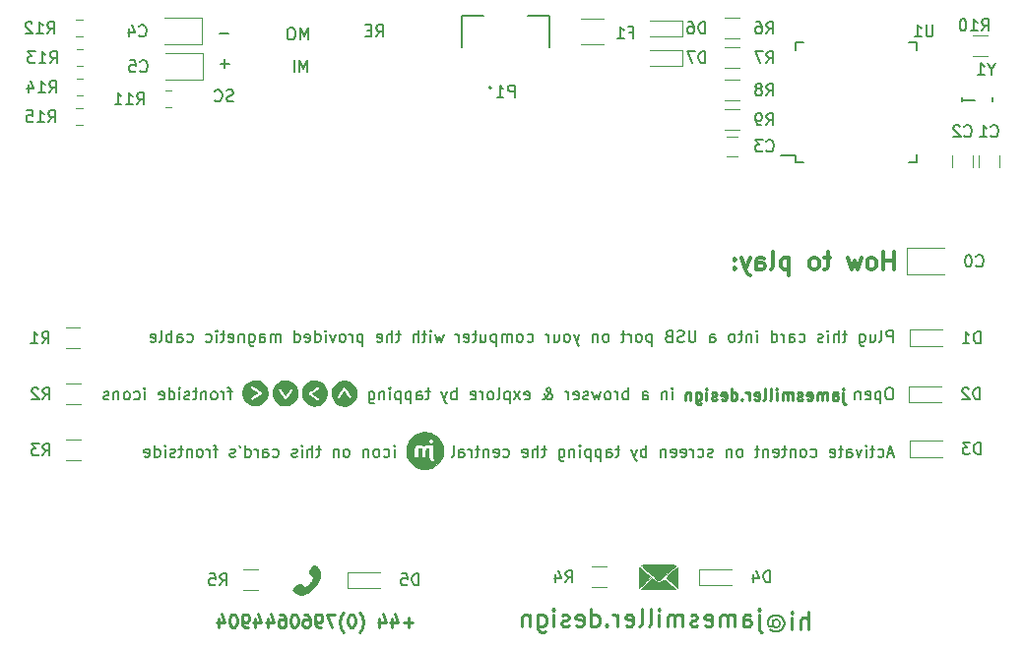
<source format=gbr>
G04 #@! TF.GenerationSoftware,KiCad,Pcbnew,(5.0.1-3-g963ef8bb5)*
G04 #@! TF.CreationDate,2019-06-28T12:59:27+01:00*
G04 #@! TF.ProjectId,invitation,696E7669746174696F6E2E6B69636164,rev?*
G04 #@! TF.SameCoordinates,Original*
G04 #@! TF.FileFunction,Legend,Bot*
G04 #@! TF.FilePolarity,Positive*
%FSLAX46Y46*%
G04 Gerber Fmt 4.6, Leading zero omitted, Abs format (unit mm)*
G04 Created by KiCad (PCBNEW (5.0.1-3-g963ef8bb5)) date Friday, 28 June 2019 at 12:59:27*
%MOMM*%
%LPD*%
G01*
G04 APERTURE LIST*
%ADD10C,0.150000*%
%ADD11C,0.250000*%
%ADD12C,0.350000*%
%ADD13C,0.127000*%
%ADD14C,0.200000*%
%ADD15C,0.120000*%
%ADD16C,0.010000*%
G04 APERTURE END LIST*
D10*
X195684404Y-100658380D02*
X195684404Y-99658380D01*
X195303452Y-99658380D01*
X195208214Y-99706000D01*
X195160595Y-99753619D01*
X195112976Y-99848857D01*
X195112976Y-99991714D01*
X195160595Y-100086952D01*
X195208214Y-100134571D01*
X195303452Y-100182190D01*
X195684404Y-100182190D01*
X194541547Y-100658380D02*
X194636785Y-100610761D01*
X194684404Y-100515523D01*
X194684404Y-99658380D01*
X193732023Y-99991714D02*
X193732023Y-100658380D01*
X194160595Y-99991714D02*
X194160595Y-100515523D01*
X194112976Y-100610761D01*
X194017738Y-100658380D01*
X193874880Y-100658380D01*
X193779642Y-100610761D01*
X193732023Y-100563142D01*
X192827261Y-99991714D02*
X192827261Y-100801238D01*
X192874880Y-100896476D01*
X192922500Y-100944095D01*
X193017738Y-100991714D01*
X193160595Y-100991714D01*
X193255833Y-100944095D01*
X192827261Y-100610761D02*
X192922500Y-100658380D01*
X193112976Y-100658380D01*
X193208214Y-100610761D01*
X193255833Y-100563142D01*
X193303452Y-100467904D01*
X193303452Y-100182190D01*
X193255833Y-100086952D01*
X193208214Y-100039333D01*
X193112976Y-99991714D01*
X192922500Y-99991714D01*
X192827261Y-100039333D01*
X191732023Y-99991714D02*
X191351071Y-99991714D01*
X191589166Y-99658380D02*
X191589166Y-100515523D01*
X191541547Y-100610761D01*
X191446309Y-100658380D01*
X191351071Y-100658380D01*
X191017738Y-100658380D02*
X191017738Y-99658380D01*
X190589166Y-100658380D02*
X190589166Y-100134571D01*
X190636785Y-100039333D01*
X190732023Y-99991714D01*
X190874880Y-99991714D01*
X190970119Y-100039333D01*
X191017738Y-100086952D01*
X190112976Y-100658380D02*
X190112976Y-99991714D01*
X190112976Y-99658380D02*
X190160595Y-99706000D01*
X190112976Y-99753619D01*
X190065357Y-99706000D01*
X190112976Y-99658380D01*
X190112976Y-99753619D01*
X189684404Y-100610761D02*
X189589166Y-100658380D01*
X189398690Y-100658380D01*
X189303452Y-100610761D01*
X189255833Y-100515523D01*
X189255833Y-100467904D01*
X189303452Y-100372666D01*
X189398690Y-100325047D01*
X189541547Y-100325047D01*
X189636785Y-100277428D01*
X189684404Y-100182190D01*
X189684404Y-100134571D01*
X189636785Y-100039333D01*
X189541547Y-99991714D01*
X189398690Y-99991714D01*
X189303452Y-100039333D01*
X187636785Y-100610761D02*
X187732023Y-100658380D01*
X187922500Y-100658380D01*
X188017738Y-100610761D01*
X188065357Y-100563142D01*
X188112976Y-100467904D01*
X188112976Y-100182190D01*
X188065357Y-100086952D01*
X188017738Y-100039333D01*
X187922500Y-99991714D01*
X187732023Y-99991714D01*
X187636785Y-100039333D01*
X186779642Y-100658380D02*
X186779642Y-100134571D01*
X186827261Y-100039333D01*
X186922500Y-99991714D01*
X187112976Y-99991714D01*
X187208214Y-100039333D01*
X186779642Y-100610761D02*
X186874880Y-100658380D01*
X187112976Y-100658380D01*
X187208214Y-100610761D01*
X187255833Y-100515523D01*
X187255833Y-100420285D01*
X187208214Y-100325047D01*
X187112976Y-100277428D01*
X186874880Y-100277428D01*
X186779642Y-100229809D01*
X186303452Y-100658380D02*
X186303452Y-99991714D01*
X186303452Y-100182190D02*
X186255833Y-100086952D01*
X186208214Y-100039333D01*
X186112976Y-99991714D01*
X186017738Y-99991714D01*
X185255833Y-100658380D02*
X185255833Y-99658380D01*
X185255833Y-100610761D02*
X185351071Y-100658380D01*
X185541547Y-100658380D01*
X185636785Y-100610761D01*
X185684404Y-100563142D01*
X185732023Y-100467904D01*
X185732023Y-100182190D01*
X185684404Y-100086952D01*
X185636785Y-100039333D01*
X185541547Y-99991714D01*
X185351071Y-99991714D01*
X185255833Y-100039333D01*
X184017738Y-100658380D02*
X184017738Y-99991714D01*
X184017738Y-99658380D02*
X184065357Y-99706000D01*
X184017738Y-99753619D01*
X183970119Y-99706000D01*
X184017738Y-99658380D01*
X184017738Y-99753619D01*
X183541547Y-99991714D02*
X183541547Y-100658380D01*
X183541547Y-100086952D02*
X183493928Y-100039333D01*
X183398690Y-99991714D01*
X183255833Y-99991714D01*
X183160595Y-100039333D01*
X183112976Y-100134571D01*
X183112976Y-100658380D01*
X182779642Y-99991714D02*
X182398690Y-99991714D01*
X182636785Y-99658380D02*
X182636785Y-100515523D01*
X182589166Y-100610761D01*
X182493928Y-100658380D01*
X182398690Y-100658380D01*
X181922500Y-100658380D02*
X182017738Y-100610761D01*
X182065357Y-100563142D01*
X182112976Y-100467904D01*
X182112976Y-100182190D01*
X182065357Y-100086952D01*
X182017738Y-100039333D01*
X181922500Y-99991714D01*
X181779642Y-99991714D01*
X181684404Y-100039333D01*
X181636785Y-100086952D01*
X181589166Y-100182190D01*
X181589166Y-100467904D01*
X181636785Y-100563142D01*
X181684404Y-100610761D01*
X181779642Y-100658380D01*
X181922500Y-100658380D01*
X179970119Y-100658380D02*
X179970119Y-100134571D01*
X180017738Y-100039333D01*
X180112976Y-99991714D01*
X180303452Y-99991714D01*
X180398690Y-100039333D01*
X179970119Y-100610761D02*
X180065357Y-100658380D01*
X180303452Y-100658380D01*
X180398690Y-100610761D01*
X180446309Y-100515523D01*
X180446309Y-100420285D01*
X180398690Y-100325047D01*
X180303452Y-100277428D01*
X180065357Y-100277428D01*
X179970119Y-100229809D01*
X178732023Y-99658380D02*
X178732023Y-100467904D01*
X178684404Y-100563142D01*
X178636785Y-100610761D01*
X178541547Y-100658380D01*
X178351071Y-100658380D01*
X178255833Y-100610761D01*
X178208214Y-100563142D01*
X178160595Y-100467904D01*
X178160595Y-99658380D01*
X177732023Y-100610761D02*
X177589166Y-100658380D01*
X177351071Y-100658380D01*
X177255833Y-100610761D01*
X177208214Y-100563142D01*
X177160595Y-100467904D01*
X177160595Y-100372666D01*
X177208214Y-100277428D01*
X177255833Y-100229809D01*
X177351071Y-100182190D01*
X177541547Y-100134571D01*
X177636785Y-100086952D01*
X177684404Y-100039333D01*
X177732023Y-99944095D01*
X177732023Y-99848857D01*
X177684404Y-99753619D01*
X177636785Y-99706000D01*
X177541547Y-99658380D01*
X177303452Y-99658380D01*
X177160595Y-99706000D01*
X176398690Y-100134571D02*
X176255833Y-100182190D01*
X176208214Y-100229809D01*
X176160595Y-100325047D01*
X176160595Y-100467904D01*
X176208214Y-100563142D01*
X176255833Y-100610761D01*
X176351071Y-100658380D01*
X176732023Y-100658380D01*
X176732023Y-99658380D01*
X176398690Y-99658380D01*
X176303452Y-99706000D01*
X176255833Y-99753619D01*
X176208214Y-99848857D01*
X176208214Y-99944095D01*
X176255833Y-100039333D01*
X176303452Y-100086952D01*
X176398690Y-100134571D01*
X176732023Y-100134571D01*
X174970119Y-99991714D02*
X174970119Y-100991714D01*
X174970119Y-100039333D02*
X174874880Y-99991714D01*
X174684404Y-99991714D01*
X174589166Y-100039333D01*
X174541547Y-100086952D01*
X174493928Y-100182190D01*
X174493928Y-100467904D01*
X174541547Y-100563142D01*
X174589166Y-100610761D01*
X174684404Y-100658380D01*
X174874880Y-100658380D01*
X174970119Y-100610761D01*
X173922500Y-100658380D02*
X174017738Y-100610761D01*
X174065357Y-100563142D01*
X174112976Y-100467904D01*
X174112976Y-100182190D01*
X174065357Y-100086952D01*
X174017738Y-100039333D01*
X173922500Y-99991714D01*
X173779642Y-99991714D01*
X173684404Y-100039333D01*
X173636785Y-100086952D01*
X173589166Y-100182190D01*
X173589166Y-100467904D01*
X173636785Y-100563142D01*
X173684404Y-100610761D01*
X173779642Y-100658380D01*
X173922500Y-100658380D01*
X173160595Y-100658380D02*
X173160595Y-99991714D01*
X173160595Y-100182190D02*
X173112976Y-100086952D01*
X173065357Y-100039333D01*
X172970119Y-99991714D01*
X172874880Y-99991714D01*
X172684404Y-99991714D02*
X172303452Y-99991714D01*
X172541547Y-99658380D02*
X172541547Y-100515523D01*
X172493928Y-100610761D01*
X172398690Y-100658380D01*
X172303452Y-100658380D01*
X171065357Y-100658380D02*
X171160595Y-100610761D01*
X171208214Y-100563142D01*
X171255833Y-100467904D01*
X171255833Y-100182190D01*
X171208214Y-100086952D01*
X171160595Y-100039333D01*
X171065357Y-99991714D01*
X170922500Y-99991714D01*
X170827261Y-100039333D01*
X170779642Y-100086952D01*
X170732023Y-100182190D01*
X170732023Y-100467904D01*
X170779642Y-100563142D01*
X170827261Y-100610761D01*
X170922500Y-100658380D01*
X171065357Y-100658380D01*
X170303452Y-99991714D02*
X170303452Y-100658380D01*
X170303452Y-100086952D02*
X170255833Y-100039333D01*
X170160595Y-99991714D01*
X170017738Y-99991714D01*
X169922500Y-100039333D01*
X169874880Y-100134571D01*
X169874880Y-100658380D01*
X168732023Y-99991714D02*
X168493928Y-100658380D01*
X168255833Y-99991714D02*
X168493928Y-100658380D01*
X168589166Y-100896476D01*
X168636785Y-100944095D01*
X168732023Y-100991714D01*
X167732023Y-100658380D02*
X167827261Y-100610761D01*
X167874880Y-100563142D01*
X167922500Y-100467904D01*
X167922500Y-100182190D01*
X167874880Y-100086952D01*
X167827261Y-100039333D01*
X167732023Y-99991714D01*
X167589166Y-99991714D01*
X167493928Y-100039333D01*
X167446309Y-100086952D01*
X167398690Y-100182190D01*
X167398690Y-100467904D01*
X167446309Y-100563142D01*
X167493928Y-100610761D01*
X167589166Y-100658380D01*
X167732023Y-100658380D01*
X166541547Y-99991714D02*
X166541547Y-100658380D01*
X166970119Y-99991714D02*
X166970119Y-100515523D01*
X166922500Y-100610761D01*
X166827261Y-100658380D01*
X166684404Y-100658380D01*
X166589166Y-100610761D01*
X166541547Y-100563142D01*
X166065357Y-100658380D02*
X166065357Y-99991714D01*
X166065357Y-100182190D02*
X166017738Y-100086952D01*
X165970119Y-100039333D01*
X165874880Y-99991714D01*
X165779642Y-99991714D01*
X164255833Y-100610761D02*
X164351071Y-100658380D01*
X164541547Y-100658380D01*
X164636785Y-100610761D01*
X164684404Y-100563142D01*
X164732023Y-100467904D01*
X164732023Y-100182190D01*
X164684404Y-100086952D01*
X164636785Y-100039333D01*
X164541547Y-99991714D01*
X164351071Y-99991714D01*
X164255833Y-100039333D01*
X163684404Y-100658380D02*
X163779642Y-100610761D01*
X163827261Y-100563142D01*
X163874880Y-100467904D01*
X163874880Y-100182190D01*
X163827261Y-100086952D01*
X163779642Y-100039333D01*
X163684404Y-99991714D01*
X163541547Y-99991714D01*
X163446309Y-100039333D01*
X163398690Y-100086952D01*
X163351071Y-100182190D01*
X163351071Y-100467904D01*
X163398690Y-100563142D01*
X163446309Y-100610761D01*
X163541547Y-100658380D01*
X163684404Y-100658380D01*
X162922500Y-100658380D02*
X162922500Y-99991714D01*
X162922500Y-100086952D02*
X162874880Y-100039333D01*
X162779642Y-99991714D01*
X162636785Y-99991714D01*
X162541547Y-100039333D01*
X162493928Y-100134571D01*
X162493928Y-100658380D01*
X162493928Y-100134571D02*
X162446309Y-100039333D01*
X162351071Y-99991714D01*
X162208214Y-99991714D01*
X162112976Y-100039333D01*
X162065357Y-100134571D01*
X162065357Y-100658380D01*
X161589166Y-99991714D02*
X161589166Y-100991714D01*
X161589166Y-100039333D02*
X161493928Y-99991714D01*
X161303452Y-99991714D01*
X161208214Y-100039333D01*
X161160595Y-100086952D01*
X161112976Y-100182190D01*
X161112976Y-100467904D01*
X161160595Y-100563142D01*
X161208214Y-100610761D01*
X161303452Y-100658380D01*
X161493928Y-100658380D01*
X161589166Y-100610761D01*
X160255833Y-99991714D02*
X160255833Y-100658380D01*
X160684404Y-99991714D02*
X160684404Y-100515523D01*
X160636785Y-100610761D01*
X160541547Y-100658380D01*
X160398690Y-100658380D01*
X160303452Y-100610761D01*
X160255833Y-100563142D01*
X159922500Y-99991714D02*
X159541547Y-99991714D01*
X159779642Y-99658380D02*
X159779642Y-100515523D01*
X159732023Y-100610761D01*
X159636785Y-100658380D01*
X159541547Y-100658380D01*
X158827261Y-100610761D02*
X158922500Y-100658380D01*
X159112976Y-100658380D01*
X159208214Y-100610761D01*
X159255833Y-100515523D01*
X159255833Y-100134571D01*
X159208214Y-100039333D01*
X159112976Y-99991714D01*
X158922500Y-99991714D01*
X158827261Y-100039333D01*
X158779642Y-100134571D01*
X158779642Y-100229809D01*
X159255833Y-100325047D01*
X158351071Y-100658380D02*
X158351071Y-99991714D01*
X158351071Y-100182190D02*
X158303452Y-100086952D01*
X158255833Y-100039333D01*
X158160595Y-99991714D01*
X158065357Y-99991714D01*
X157065357Y-99991714D02*
X156874880Y-100658380D01*
X156684404Y-100182190D01*
X156493928Y-100658380D01*
X156303452Y-99991714D01*
X155922500Y-100658380D02*
X155922500Y-99991714D01*
X155922500Y-99658380D02*
X155970119Y-99706000D01*
X155922500Y-99753619D01*
X155874880Y-99706000D01*
X155922500Y-99658380D01*
X155922500Y-99753619D01*
X155589166Y-99991714D02*
X155208214Y-99991714D01*
X155446309Y-99658380D02*
X155446309Y-100515523D01*
X155398690Y-100610761D01*
X155303452Y-100658380D01*
X155208214Y-100658380D01*
X154874880Y-100658380D02*
X154874880Y-99658380D01*
X154446309Y-100658380D02*
X154446309Y-100134571D01*
X154493928Y-100039333D01*
X154589166Y-99991714D01*
X154732023Y-99991714D01*
X154827261Y-100039333D01*
X154874880Y-100086952D01*
X153351071Y-99991714D02*
X152970119Y-99991714D01*
X153208214Y-99658380D02*
X153208214Y-100515523D01*
X153160595Y-100610761D01*
X153065357Y-100658380D01*
X152970119Y-100658380D01*
X152636785Y-100658380D02*
X152636785Y-99658380D01*
X152208214Y-100658380D02*
X152208214Y-100134571D01*
X152255833Y-100039333D01*
X152351071Y-99991714D01*
X152493928Y-99991714D01*
X152589166Y-100039333D01*
X152636785Y-100086952D01*
X151351071Y-100610761D02*
X151446309Y-100658380D01*
X151636785Y-100658380D01*
X151732023Y-100610761D01*
X151779642Y-100515523D01*
X151779642Y-100134571D01*
X151732023Y-100039333D01*
X151636785Y-99991714D01*
X151446309Y-99991714D01*
X151351071Y-100039333D01*
X151303452Y-100134571D01*
X151303452Y-100229809D01*
X151779642Y-100325047D01*
X150112976Y-99991714D02*
X150112976Y-100991714D01*
X150112976Y-100039333D02*
X150017738Y-99991714D01*
X149827261Y-99991714D01*
X149732023Y-100039333D01*
X149684404Y-100086952D01*
X149636785Y-100182190D01*
X149636785Y-100467904D01*
X149684404Y-100563142D01*
X149732023Y-100610761D01*
X149827261Y-100658380D01*
X150017738Y-100658380D01*
X150112976Y-100610761D01*
X149208214Y-100658380D02*
X149208214Y-99991714D01*
X149208214Y-100182190D02*
X149160595Y-100086952D01*
X149112976Y-100039333D01*
X149017738Y-99991714D01*
X148922500Y-99991714D01*
X148446309Y-100658380D02*
X148541547Y-100610761D01*
X148589166Y-100563142D01*
X148636785Y-100467904D01*
X148636785Y-100182190D01*
X148589166Y-100086952D01*
X148541547Y-100039333D01*
X148446309Y-99991714D01*
X148303452Y-99991714D01*
X148208214Y-100039333D01*
X148160595Y-100086952D01*
X148112976Y-100182190D01*
X148112976Y-100467904D01*
X148160595Y-100563142D01*
X148208214Y-100610761D01*
X148303452Y-100658380D01*
X148446309Y-100658380D01*
X147779642Y-99991714D02*
X147541547Y-100658380D01*
X147303452Y-99991714D01*
X146922500Y-100658380D02*
X146922500Y-99991714D01*
X146922500Y-99658380D02*
X146970119Y-99706000D01*
X146922500Y-99753619D01*
X146874880Y-99706000D01*
X146922500Y-99658380D01*
X146922500Y-99753619D01*
X146017738Y-100658380D02*
X146017738Y-99658380D01*
X146017738Y-100610761D02*
X146112976Y-100658380D01*
X146303452Y-100658380D01*
X146398690Y-100610761D01*
X146446309Y-100563142D01*
X146493928Y-100467904D01*
X146493928Y-100182190D01*
X146446309Y-100086952D01*
X146398690Y-100039333D01*
X146303452Y-99991714D01*
X146112976Y-99991714D01*
X146017738Y-100039333D01*
X145160595Y-100610761D02*
X145255833Y-100658380D01*
X145446309Y-100658380D01*
X145541547Y-100610761D01*
X145589166Y-100515523D01*
X145589166Y-100134571D01*
X145541547Y-100039333D01*
X145446309Y-99991714D01*
X145255833Y-99991714D01*
X145160595Y-100039333D01*
X145112976Y-100134571D01*
X145112976Y-100229809D01*
X145589166Y-100325047D01*
X144255833Y-100658380D02*
X144255833Y-99658380D01*
X144255833Y-100610761D02*
X144351071Y-100658380D01*
X144541547Y-100658380D01*
X144636785Y-100610761D01*
X144684404Y-100563142D01*
X144732023Y-100467904D01*
X144732023Y-100182190D01*
X144684404Y-100086952D01*
X144636785Y-100039333D01*
X144541547Y-99991714D01*
X144351071Y-99991714D01*
X144255833Y-100039333D01*
X143017738Y-100658380D02*
X143017738Y-99991714D01*
X143017738Y-100086952D02*
X142970119Y-100039333D01*
X142874880Y-99991714D01*
X142732023Y-99991714D01*
X142636785Y-100039333D01*
X142589166Y-100134571D01*
X142589166Y-100658380D01*
X142589166Y-100134571D02*
X142541547Y-100039333D01*
X142446309Y-99991714D01*
X142303452Y-99991714D01*
X142208214Y-100039333D01*
X142160595Y-100134571D01*
X142160595Y-100658380D01*
X141255833Y-100658380D02*
X141255833Y-100134571D01*
X141303452Y-100039333D01*
X141398690Y-99991714D01*
X141589166Y-99991714D01*
X141684404Y-100039333D01*
X141255833Y-100610761D02*
X141351071Y-100658380D01*
X141589166Y-100658380D01*
X141684404Y-100610761D01*
X141732023Y-100515523D01*
X141732023Y-100420285D01*
X141684404Y-100325047D01*
X141589166Y-100277428D01*
X141351071Y-100277428D01*
X141255833Y-100229809D01*
X140351071Y-99991714D02*
X140351071Y-100801238D01*
X140398690Y-100896476D01*
X140446309Y-100944095D01*
X140541547Y-100991714D01*
X140684404Y-100991714D01*
X140779642Y-100944095D01*
X140351071Y-100610761D02*
X140446309Y-100658380D01*
X140636785Y-100658380D01*
X140732023Y-100610761D01*
X140779642Y-100563142D01*
X140827261Y-100467904D01*
X140827261Y-100182190D01*
X140779642Y-100086952D01*
X140732023Y-100039333D01*
X140636785Y-99991714D01*
X140446309Y-99991714D01*
X140351071Y-100039333D01*
X139874880Y-99991714D02*
X139874880Y-100658380D01*
X139874880Y-100086952D02*
X139827261Y-100039333D01*
X139732023Y-99991714D01*
X139589166Y-99991714D01*
X139493928Y-100039333D01*
X139446309Y-100134571D01*
X139446309Y-100658380D01*
X138589166Y-100610761D02*
X138684404Y-100658380D01*
X138874880Y-100658380D01*
X138970119Y-100610761D01*
X139017738Y-100515523D01*
X139017738Y-100134571D01*
X138970119Y-100039333D01*
X138874880Y-99991714D01*
X138684404Y-99991714D01*
X138589166Y-100039333D01*
X138541547Y-100134571D01*
X138541547Y-100229809D01*
X139017738Y-100325047D01*
X138255833Y-99991714D02*
X137874880Y-99991714D01*
X138112976Y-99658380D02*
X138112976Y-100515523D01*
X138065357Y-100610761D01*
X137970119Y-100658380D01*
X137874880Y-100658380D01*
X137541547Y-100658380D02*
X137541547Y-99991714D01*
X137541547Y-99658380D02*
X137589166Y-99706000D01*
X137541547Y-99753619D01*
X137493928Y-99706000D01*
X137541547Y-99658380D01*
X137541547Y-99753619D01*
X136636785Y-100610761D02*
X136732023Y-100658380D01*
X136922500Y-100658380D01*
X137017738Y-100610761D01*
X137065357Y-100563142D01*
X137112976Y-100467904D01*
X137112976Y-100182190D01*
X137065357Y-100086952D01*
X137017738Y-100039333D01*
X136922500Y-99991714D01*
X136732023Y-99991714D01*
X136636785Y-100039333D01*
X135017738Y-100610761D02*
X135112976Y-100658380D01*
X135303452Y-100658380D01*
X135398690Y-100610761D01*
X135446309Y-100563142D01*
X135493928Y-100467904D01*
X135493928Y-100182190D01*
X135446309Y-100086952D01*
X135398690Y-100039333D01*
X135303452Y-99991714D01*
X135112976Y-99991714D01*
X135017738Y-100039333D01*
X134160595Y-100658380D02*
X134160595Y-100134571D01*
X134208214Y-100039333D01*
X134303452Y-99991714D01*
X134493928Y-99991714D01*
X134589166Y-100039333D01*
X134160595Y-100610761D02*
X134255833Y-100658380D01*
X134493928Y-100658380D01*
X134589166Y-100610761D01*
X134636785Y-100515523D01*
X134636785Y-100420285D01*
X134589166Y-100325047D01*
X134493928Y-100277428D01*
X134255833Y-100277428D01*
X134160595Y-100229809D01*
X133684404Y-100658380D02*
X133684404Y-99658380D01*
X133684404Y-100039333D02*
X133589166Y-99991714D01*
X133398690Y-99991714D01*
X133303452Y-100039333D01*
X133255833Y-100086952D01*
X133208214Y-100182190D01*
X133208214Y-100467904D01*
X133255833Y-100563142D01*
X133303452Y-100610761D01*
X133398690Y-100658380D01*
X133589166Y-100658380D01*
X133684404Y-100610761D01*
X132636785Y-100658380D02*
X132732023Y-100610761D01*
X132779642Y-100515523D01*
X132779642Y-99658380D01*
X131874880Y-100610761D02*
X131970119Y-100658380D01*
X132160595Y-100658380D01*
X132255833Y-100610761D01*
X132303452Y-100515523D01*
X132303452Y-100134571D01*
X132255833Y-100039333D01*
X132160595Y-99991714D01*
X131970119Y-99991714D01*
X131874880Y-100039333D01*
X131827261Y-100134571D01*
X131827261Y-100229809D01*
X132303452Y-100325047D01*
X195493928Y-104608380D02*
X195303452Y-104608380D01*
X195208214Y-104656000D01*
X195112976Y-104751238D01*
X195065357Y-104941714D01*
X195065357Y-105275047D01*
X195112976Y-105465523D01*
X195208214Y-105560761D01*
X195303452Y-105608380D01*
X195493928Y-105608380D01*
X195589166Y-105560761D01*
X195684404Y-105465523D01*
X195732023Y-105275047D01*
X195732023Y-104941714D01*
X195684404Y-104751238D01*
X195589166Y-104656000D01*
X195493928Y-104608380D01*
X194636785Y-104941714D02*
X194636785Y-105941714D01*
X194636785Y-104989333D02*
X194541547Y-104941714D01*
X194351071Y-104941714D01*
X194255833Y-104989333D01*
X194208214Y-105036952D01*
X194160595Y-105132190D01*
X194160595Y-105417904D01*
X194208214Y-105513142D01*
X194255833Y-105560761D01*
X194351071Y-105608380D01*
X194541547Y-105608380D01*
X194636785Y-105560761D01*
X193351071Y-105560761D02*
X193446309Y-105608380D01*
X193636785Y-105608380D01*
X193732023Y-105560761D01*
X193779642Y-105465523D01*
X193779642Y-105084571D01*
X193732023Y-104989333D01*
X193636785Y-104941714D01*
X193446309Y-104941714D01*
X193351071Y-104989333D01*
X193303452Y-105084571D01*
X193303452Y-105179809D01*
X193779642Y-105275047D01*
X192874880Y-104941714D02*
X192874880Y-105608380D01*
X192874880Y-105036952D02*
X192827261Y-104989333D01*
X192732023Y-104941714D01*
X192589166Y-104941714D01*
X192493928Y-104989333D01*
X192446309Y-105084571D01*
X192446309Y-105608380D01*
X176732023Y-105608380D02*
X176732023Y-104941714D01*
X176732023Y-104608380D02*
X176779642Y-104656000D01*
X176732023Y-104703619D01*
X176684404Y-104656000D01*
X176732023Y-104608380D01*
X176732023Y-104703619D01*
X176255833Y-104941714D02*
X176255833Y-105608380D01*
X176255833Y-105036952D02*
X176208214Y-104989333D01*
X176112976Y-104941714D01*
X175970119Y-104941714D01*
X175874880Y-104989333D01*
X175827261Y-105084571D01*
X175827261Y-105608380D01*
X174160595Y-105608380D02*
X174160595Y-105084571D01*
X174208214Y-104989333D01*
X174303452Y-104941714D01*
X174493928Y-104941714D01*
X174589166Y-104989333D01*
X174160595Y-105560761D02*
X174255833Y-105608380D01*
X174493928Y-105608380D01*
X174589166Y-105560761D01*
X174636785Y-105465523D01*
X174636785Y-105370285D01*
X174589166Y-105275047D01*
X174493928Y-105227428D01*
X174255833Y-105227428D01*
X174160595Y-105179809D01*
X172922500Y-105608380D02*
X172922500Y-104608380D01*
X172922500Y-104989333D02*
X172827261Y-104941714D01*
X172636785Y-104941714D01*
X172541547Y-104989333D01*
X172493928Y-105036952D01*
X172446309Y-105132190D01*
X172446309Y-105417904D01*
X172493928Y-105513142D01*
X172541547Y-105560761D01*
X172636785Y-105608380D01*
X172827261Y-105608380D01*
X172922500Y-105560761D01*
X172017738Y-105608380D02*
X172017738Y-104941714D01*
X172017738Y-105132190D02*
X171970119Y-105036952D01*
X171922500Y-104989333D01*
X171827261Y-104941714D01*
X171732023Y-104941714D01*
X171255833Y-105608380D02*
X171351071Y-105560761D01*
X171398690Y-105513142D01*
X171446309Y-105417904D01*
X171446309Y-105132190D01*
X171398690Y-105036952D01*
X171351071Y-104989333D01*
X171255833Y-104941714D01*
X171112976Y-104941714D01*
X171017738Y-104989333D01*
X170970119Y-105036952D01*
X170922500Y-105132190D01*
X170922500Y-105417904D01*
X170970119Y-105513142D01*
X171017738Y-105560761D01*
X171112976Y-105608380D01*
X171255833Y-105608380D01*
X170589166Y-104941714D02*
X170398690Y-105608380D01*
X170208214Y-105132190D01*
X170017738Y-105608380D01*
X169827261Y-104941714D01*
X169493928Y-105560761D02*
X169398690Y-105608380D01*
X169208214Y-105608380D01*
X169112976Y-105560761D01*
X169065357Y-105465523D01*
X169065357Y-105417904D01*
X169112976Y-105322666D01*
X169208214Y-105275047D01*
X169351071Y-105275047D01*
X169446309Y-105227428D01*
X169493928Y-105132190D01*
X169493928Y-105084571D01*
X169446309Y-104989333D01*
X169351071Y-104941714D01*
X169208214Y-104941714D01*
X169112976Y-104989333D01*
X168255833Y-105560761D02*
X168351071Y-105608380D01*
X168541547Y-105608380D01*
X168636785Y-105560761D01*
X168684404Y-105465523D01*
X168684404Y-105084571D01*
X168636785Y-104989333D01*
X168541547Y-104941714D01*
X168351071Y-104941714D01*
X168255833Y-104989333D01*
X168208214Y-105084571D01*
X168208214Y-105179809D01*
X168684404Y-105275047D01*
X167779642Y-105608380D02*
X167779642Y-104941714D01*
X167779642Y-105132190D02*
X167732023Y-105036952D01*
X167684404Y-104989333D01*
X167589166Y-104941714D01*
X167493928Y-104941714D01*
X165589166Y-105608380D02*
X165636785Y-105608380D01*
X165732023Y-105560761D01*
X165874880Y-105417904D01*
X166112976Y-105132190D01*
X166208214Y-104989333D01*
X166255833Y-104846476D01*
X166255833Y-104751238D01*
X166208214Y-104656000D01*
X166112976Y-104608380D01*
X166065357Y-104608380D01*
X165970119Y-104656000D01*
X165922500Y-104751238D01*
X165922500Y-104798857D01*
X165970119Y-104894095D01*
X166017738Y-104941714D01*
X166303452Y-105132190D01*
X166351071Y-105179809D01*
X166398690Y-105275047D01*
X166398690Y-105417904D01*
X166351071Y-105513142D01*
X166303452Y-105560761D01*
X166208214Y-105608380D01*
X166065357Y-105608380D01*
X165970119Y-105560761D01*
X165922500Y-105513142D01*
X165779642Y-105322666D01*
X165732023Y-105179809D01*
X165732023Y-105084571D01*
X164017738Y-105560761D02*
X164112976Y-105608380D01*
X164303452Y-105608380D01*
X164398690Y-105560761D01*
X164446309Y-105465523D01*
X164446309Y-105084571D01*
X164398690Y-104989333D01*
X164303452Y-104941714D01*
X164112976Y-104941714D01*
X164017738Y-104989333D01*
X163970119Y-105084571D01*
X163970119Y-105179809D01*
X164446309Y-105275047D01*
X163636785Y-105608380D02*
X163112976Y-104941714D01*
X163636785Y-104941714D02*
X163112976Y-105608380D01*
X162732023Y-104941714D02*
X162732023Y-105941714D01*
X162732023Y-104989333D02*
X162636785Y-104941714D01*
X162446309Y-104941714D01*
X162351071Y-104989333D01*
X162303452Y-105036952D01*
X162255833Y-105132190D01*
X162255833Y-105417904D01*
X162303452Y-105513142D01*
X162351071Y-105560761D01*
X162446309Y-105608380D01*
X162636785Y-105608380D01*
X162732023Y-105560761D01*
X161684404Y-105608380D02*
X161779642Y-105560761D01*
X161827261Y-105465523D01*
X161827261Y-104608380D01*
X161160595Y-105608380D02*
X161255833Y-105560761D01*
X161303452Y-105513142D01*
X161351071Y-105417904D01*
X161351071Y-105132190D01*
X161303452Y-105036952D01*
X161255833Y-104989333D01*
X161160595Y-104941714D01*
X161017738Y-104941714D01*
X160922500Y-104989333D01*
X160874880Y-105036952D01*
X160827261Y-105132190D01*
X160827261Y-105417904D01*
X160874880Y-105513142D01*
X160922500Y-105560761D01*
X161017738Y-105608380D01*
X161160595Y-105608380D01*
X160398690Y-105608380D02*
X160398690Y-104941714D01*
X160398690Y-105132190D02*
X160351071Y-105036952D01*
X160303452Y-104989333D01*
X160208214Y-104941714D01*
X160112976Y-104941714D01*
X159398690Y-105560761D02*
X159493928Y-105608380D01*
X159684404Y-105608380D01*
X159779642Y-105560761D01*
X159827261Y-105465523D01*
X159827261Y-105084571D01*
X159779642Y-104989333D01*
X159684404Y-104941714D01*
X159493928Y-104941714D01*
X159398690Y-104989333D01*
X159351071Y-105084571D01*
X159351071Y-105179809D01*
X159827261Y-105275047D01*
X158160595Y-105608380D02*
X158160595Y-104608380D01*
X158160595Y-104989333D02*
X158065357Y-104941714D01*
X157874880Y-104941714D01*
X157779642Y-104989333D01*
X157732023Y-105036952D01*
X157684404Y-105132190D01*
X157684404Y-105417904D01*
X157732023Y-105513142D01*
X157779642Y-105560761D01*
X157874880Y-105608380D01*
X158065357Y-105608380D01*
X158160595Y-105560761D01*
X157351071Y-104941714D02*
X157112976Y-105608380D01*
X156874880Y-104941714D02*
X157112976Y-105608380D01*
X157208214Y-105846476D01*
X157255833Y-105894095D01*
X157351071Y-105941714D01*
X155874880Y-104941714D02*
X155493928Y-104941714D01*
X155732023Y-104608380D02*
X155732023Y-105465523D01*
X155684404Y-105560761D01*
X155589166Y-105608380D01*
X155493928Y-105608380D01*
X154732023Y-105608380D02*
X154732023Y-105084571D01*
X154779642Y-104989333D01*
X154874880Y-104941714D01*
X155065357Y-104941714D01*
X155160595Y-104989333D01*
X154732023Y-105560761D02*
X154827261Y-105608380D01*
X155065357Y-105608380D01*
X155160595Y-105560761D01*
X155208214Y-105465523D01*
X155208214Y-105370285D01*
X155160595Y-105275047D01*
X155065357Y-105227428D01*
X154827261Y-105227428D01*
X154732023Y-105179809D01*
X154255833Y-104941714D02*
X154255833Y-105941714D01*
X154255833Y-104989333D02*
X154160595Y-104941714D01*
X153970119Y-104941714D01*
X153874880Y-104989333D01*
X153827261Y-105036952D01*
X153779642Y-105132190D01*
X153779642Y-105417904D01*
X153827261Y-105513142D01*
X153874880Y-105560761D01*
X153970119Y-105608380D01*
X154160595Y-105608380D01*
X154255833Y-105560761D01*
X153351071Y-104941714D02*
X153351071Y-105941714D01*
X153351071Y-104989333D02*
X153255833Y-104941714D01*
X153065357Y-104941714D01*
X152970119Y-104989333D01*
X152922500Y-105036952D01*
X152874880Y-105132190D01*
X152874880Y-105417904D01*
X152922500Y-105513142D01*
X152970119Y-105560761D01*
X153065357Y-105608380D01*
X153255833Y-105608380D01*
X153351071Y-105560761D01*
X152446309Y-105608380D02*
X152446309Y-104941714D01*
X152446309Y-104608380D02*
X152493928Y-104656000D01*
X152446309Y-104703619D01*
X152398690Y-104656000D01*
X152446309Y-104608380D01*
X152446309Y-104703619D01*
X151970119Y-104941714D02*
X151970119Y-105608380D01*
X151970119Y-105036952D02*
X151922500Y-104989333D01*
X151827261Y-104941714D01*
X151684404Y-104941714D01*
X151589166Y-104989333D01*
X151541547Y-105084571D01*
X151541547Y-105608380D01*
X150636785Y-104941714D02*
X150636785Y-105751238D01*
X150684404Y-105846476D01*
X150732023Y-105894095D01*
X150827261Y-105941714D01*
X150970119Y-105941714D01*
X151065357Y-105894095D01*
X150636785Y-105560761D02*
X150732023Y-105608380D01*
X150922500Y-105608380D01*
X151017738Y-105560761D01*
X151065357Y-105513142D01*
X151112976Y-105417904D01*
X151112976Y-105132190D01*
X151065357Y-105036952D01*
X151017738Y-104989333D01*
X150922500Y-104941714D01*
X150732023Y-104941714D01*
X150636785Y-104989333D01*
X138874880Y-104941714D02*
X138493928Y-104941714D01*
X138732023Y-105608380D02*
X138732023Y-104751238D01*
X138684404Y-104656000D01*
X138589166Y-104608380D01*
X138493928Y-104608380D01*
X138160595Y-105608380D02*
X138160595Y-104941714D01*
X138160595Y-105132190D02*
X138112976Y-105036952D01*
X138065357Y-104989333D01*
X137970119Y-104941714D01*
X137874880Y-104941714D01*
X137398690Y-105608380D02*
X137493928Y-105560761D01*
X137541547Y-105513142D01*
X137589166Y-105417904D01*
X137589166Y-105132190D01*
X137541547Y-105036952D01*
X137493928Y-104989333D01*
X137398690Y-104941714D01*
X137255833Y-104941714D01*
X137160595Y-104989333D01*
X137112976Y-105036952D01*
X137065357Y-105132190D01*
X137065357Y-105417904D01*
X137112976Y-105513142D01*
X137160595Y-105560761D01*
X137255833Y-105608380D01*
X137398690Y-105608380D01*
X136636785Y-104941714D02*
X136636785Y-105608380D01*
X136636785Y-105036952D02*
X136589166Y-104989333D01*
X136493928Y-104941714D01*
X136351071Y-104941714D01*
X136255833Y-104989333D01*
X136208214Y-105084571D01*
X136208214Y-105608380D01*
X135874880Y-104941714D02*
X135493928Y-104941714D01*
X135732023Y-104608380D02*
X135732023Y-105465523D01*
X135684404Y-105560761D01*
X135589166Y-105608380D01*
X135493928Y-105608380D01*
X135208214Y-105560761D02*
X135112976Y-105608380D01*
X134922500Y-105608380D01*
X134827261Y-105560761D01*
X134779642Y-105465523D01*
X134779642Y-105417904D01*
X134827261Y-105322666D01*
X134922500Y-105275047D01*
X135065357Y-105275047D01*
X135160595Y-105227428D01*
X135208214Y-105132190D01*
X135208214Y-105084571D01*
X135160595Y-104989333D01*
X135065357Y-104941714D01*
X134922500Y-104941714D01*
X134827261Y-104989333D01*
X134351071Y-105608380D02*
X134351071Y-104941714D01*
X134351071Y-104608380D02*
X134398690Y-104656000D01*
X134351071Y-104703619D01*
X134303452Y-104656000D01*
X134351071Y-104608380D01*
X134351071Y-104703619D01*
X133446309Y-105608380D02*
X133446309Y-104608380D01*
X133446309Y-105560761D02*
X133541547Y-105608380D01*
X133732023Y-105608380D01*
X133827261Y-105560761D01*
X133874880Y-105513142D01*
X133922500Y-105417904D01*
X133922500Y-105132190D01*
X133874880Y-105036952D01*
X133827261Y-104989333D01*
X133732023Y-104941714D01*
X133541547Y-104941714D01*
X133446309Y-104989333D01*
X132589166Y-105560761D02*
X132684404Y-105608380D01*
X132874880Y-105608380D01*
X132970119Y-105560761D01*
X133017738Y-105465523D01*
X133017738Y-105084571D01*
X132970119Y-104989333D01*
X132874880Y-104941714D01*
X132684404Y-104941714D01*
X132589166Y-104989333D01*
X132541547Y-105084571D01*
X132541547Y-105179809D01*
X133017738Y-105275047D01*
X131351071Y-105608380D02*
X131351071Y-104941714D01*
X131351071Y-104608380D02*
X131398690Y-104656000D01*
X131351071Y-104703619D01*
X131303452Y-104656000D01*
X131351071Y-104608380D01*
X131351071Y-104703619D01*
X130446309Y-105560761D02*
X130541547Y-105608380D01*
X130732023Y-105608380D01*
X130827261Y-105560761D01*
X130874880Y-105513142D01*
X130922500Y-105417904D01*
X130922500Y-105132190D01*
X130874880Y-105036952D01*
X130827261Y-104989333D01*
X130732023Y-104941714D01*
X130541547Y-104941714D01*
X130446309Y-104989333D01*
X129874880Y-105608380D02*
X129970119Y-105560761D01*
X130017738Y-105513142D01*
X130065357Y-105417904D01*
X130065357Y-105132190D01*
X130017738Y-105036952D01*
X129970119Y-104989333D01*
X129874880Y-104941714D01*
X129732023Y-104941714D01*
X129636785Y-104989333D01*
X129589166Y-105036952D01*
X129541547Y-105132190D01*
X129541547Y-105417904D01*
X129589166Y-105513142D01*
X129636785Y-105560761D01*
X129732023Y-105608380D01*
X129874880Y-105608380D01*
X129112976Y-104941714D02*
X129112976Y-105608380D01*
X129112976Y-105036952D02*
X129065357Y-104989333D01*
X128970119Y-104941714D01*
X128827261Y-104941714D01*
X128732023Y-104989333D01*
X128684404Y-105084571D01*
X128684404Y-105608380D01*
X128255833Y-105560761D02*
X128160595Y-105608380D01*
X127970119Y-105608380D01*
X127874880Y-105560761D01*
X127827261Y-105465523D01*
X127827261Y-105417904D01*
X127874880Y-105322666D01*
X127970119Y-105275047D01*
X128112976Y-105275047D01*
X128208214Y-105227428D01*
X128255833Y-105132190D01*
X128255833Y-105084571D01*
X128208214Y-104989333D01*
X128112976Y-104941714D01*
X127970119Y-104941714D01*
X127874880Y-104989333D01*
X195732023Y-110272666D02*
X195255833Y-110272666D01*
X195827261Y-110558380D02*
X195493928Y-109558380D01*
X195160595Y-110558380D01*
X194398690Y-110510761D02*
X194493928Y-110558380D01*
X194684404Y-110558380D01*
X194779642Y-110510761D01*
X194827261Y-110463142D01*
X194874880Y-110367904D01*
X194874880Y-110082190D01*
X194827261Y-109986952D01*
X194779642Y-109939333D01*
X194684404Y-109891714D01*
X194493928Y-109891714D01*
X194398690Y-109939333D01*
X194112976Y-109891714D02*
X193732023Y-109891714D01*
X193970119Y-109558380D02*
X193970119Y-110415523D01*
X193922500Y-110510761D01*
X193827261Y-110558380D01*
X193732023Y-110558380D01*
X193398690Y-110558380D02*
X193398690Y-109891714D01*
X193398690Y-109558380D02*
X193446309Y-109606000D01*
X193398690Y-109653619D01*
X193351071Y-109606000D01*
X193398690Y-109558380D01*
X193398690Y-109653619D01*
X193017738Y-109891714D02*
X192779642Y-110558380D01*
X192541547Y-109891714D01*
X191732023Y-110558380D02*
X191732023Y-110034571D01*
X191779642Y-109939333D01*
X191874880Y-109891714D01*
X192065357Y-109891714D01*
X192160595Y-109939333D01*
X191732023Y-110510761D02*
X191827261Y-110558380D01*
X192065357Y-110558380D01*
X192160595Y-110510761D01*
X192208214Y-110415523D01*
X192208214Y-110320285D01*
X192160595Y-110225047D01*
X192065357Y-110177428D01*
X191827261Y-110177428D01*
X191732023Y-110129809D01*
X191398690Y-109891714D02*
X191017738Y-109891714D01*
X191255833Y-109558380D02*
X191255833Y-110415523D01*
X191208214Y-110510761D01*
X191112976Y-110558380D01*
X191017738Y-110558380D01*
X190303452Y-110510761D02*
X190398690Y-110558380D01*
X190589166Y-110558380D01*
X190684404Y-110510761D01*
X190732023Y-110415523D01*
X190732023Y-110034571D01*
X190684404Y-109939333D01*
X190589166Y-109891714D01*
X190398690Y-109891714D01*
X190303452Y-109939333D01*
X190255833Y-110034571D01*
X190255833Y-110129809D01*
X190732023Y-110225047D01*
X188636785Y-110510761D02*
X188732023Y-110558380D01*
X188922500Y-110558380D01*
X189017738Y-110510761D01*
X189065357Y-110463142D01*
X189112976Y-110367904D01*
X189112976Y-110082190D01*
X189065357Y-109986952D01*
X189017738Y-109939333D01*
X188922500Y-109891714D01*
X188732023Y-109891714D01*
X188636785Y-109939333D01*
X188065357Y-110558380D02*
X188160595Y-110510761D01*
X188208214Y-110463142D01*
X188255833Y-110367904D01*
X188255833Y-110082190D01*
X188208214Y-109986952D01*
X188160595Y-109939333D01*
X188065357Y-109891714D01*
X187922500Y-109891714D01*
X187827261Y-109939333D01*
X187779642Y-109986952D01*
X187732023Y-110082190D01*
X187732023Y-110367904D01*
X187779642Y-110463142D01*
X187827261Y-110510761D01*
X187922500Y-110558380D01*
X188065357Y-110558380D01*
X187303452Y-109891714D02*
X187303452Y-110558380D01*
X187303452Y-109986952D02*
X187255833Y-109939333D01*
X187160595Y-109891714D01*
X187017738Y-109891714D01*
X186922500Y-109939333D01*
X186874880Y-110034571D01*
X186874880Y-110558380D01*
X186541547Y-109891714D02*
X186160595Y-109891714D01*
X186398690Y-109558380D02*
X186398690Y-110415523D01*
X186351071Y-110510761D01*
X186255833Y-110558380D01*
X186160595Y-110558380D01*
X185446309Y-110510761D02*
X185541547Y-110558380D01*
X185732023Y-110558380D01*
X185827261Y-110510761D01*
X185874880Y-110415523D01*
X185874880Y-110034571D01*
X185827261Y-109939333D01*
X185732023Y-109891714D01*
X185541547Y-109891714D01*
X185446309Y-109939333D01*
X185398690Y-110034571D01*
X185398690Y-110129809D01*
X185874880Y-110225047D01*
X184970119Y-109891714D02*
X184970119Y-110558380D01*
X184970119Y-109986952D02*
X184922500Y-109939333D01*
X184827261Y-109891714D01*
X184684404Y-109891714D01*
X184589166Y-109939333D01*
X184541547Y-110034571D01*
X184541547Y-110558380D01*
X184208214Y-109891714D02*
X183827261Y-109891714D01*
X184065357Y-109558380D02*
X184065357Y-110415523D01*
X184017738Y-110510761D01*
X183922500Y-110558380D01*
X183827261Y-110558380D01*
X182589166Y-110558380D02*
X182684404Y-110510761D01*
X182732023Y-110463142D01*
X182779642Y-110367904D01*
X182779642Y-110082190D01*
X182732023Y-109986952D01*
X182684404Y-109939333D01*
X182589166Y-109891714D01*
X182446309Y-109891714D01*
X182351071Y-109939333D01*
X182303452Y-109986952D01*
X182255833Y-110082190D01*
X182255833Y-110367904D01*
X182303452Y-110463142D01*
X182351071Y-110510761D01*
X182446309Y-110558380D01*
X182589166Y-110558380D01*
X181827261Y-109891714D02*
X181827261Y-110558380D01*
X181827261Y-109986952D02*
X181779642Y-109939333D01*
X181684404Y-109891714D01*
X181541547Y-109891714D01*
X181446309Y-109939333D01*
X181398690Y-110034571D01*
X181398690Y-110558380D01*
X180208214Y-110510761D02*
X180112976Y-110558380D01*
X179922500Y-110558380D01*
X179827261Y-110510761D01*
X179779642Y-110415523D01*
X179779642Y-110367904D01*
X179827261Y-110272666D01*
X179922500Y-110225047D01*
X180065357Y-110225047D01*
X180160595Y-110177428D01*
X180208214Y-110082190D01*
X180208214Y-110034571D01*
X180160595Y-109939333D01*
X180065357Y-109891714D01*
X179922500Y-109891714D01*
X179827261Y-109939333D01*
X178922500Y-110510761D02*
X179017738Y-110558380D01*
X179208214Y-110558380D01*
X179303452Y-110510761D01*
X179351071Y-110463142D01*
X179398690Y-110367904D01*
X179398690Y-110082190D01*
X179351071Y-109986952D01*
X179303452Y-109939333D01*
X179208214Y-109891714D01*
X179017738Y-109891714D01*
X178922500Y-109939333D01*
X178493928Y-110558380D02*
X178493928Y-109891714D01*
X178493928Y-110082190D02*
X178446309Y-109986952D01*
X178398690Y-109939333D01*
X178303452Y-109891714D01*
X178208214Y-109891714D01*
X177493928Y-110510761D02*
X177589166Y-110558380D01*
X177779642Y-110558380D01*
X177874880Y-110510761D01*
X177922500Y-110415523D01*
X177922500Y-110034571D01*
X177874880Y-109939333D01*
X177779642Y-109891714D01*
X177589166Y-109891714D01*
X177493928Y-109939333D01*
X177446309Y-110034571D01*
X177446309Y-110129809D01*
X177922500Y-110225047D01*
X176636785Y-110510761D02*
X176732023Y-110558380D01*
X176922500Y-110558380D01*
X177017738Y-110510761D01*
X177065357Y-110415523D01*
X177065357Y-110034571D01*
X177017738Y-109939333D01*
X176922500Y-109891714D01*
X176732023Y-109891714D01*
X176636785Y-109939333D01*
X176589166Y-110034571D01*
X176589166Y-110129809D01*
X177065357Y-110225047D01*
X176160595Y-109891714D02*
X176160595Y-110558380D01*
X176160595Y-109986952D02*
X176112976Y-109939333D01*
X176017738Y-109891714D01*
X175874880Y-109891714D01*
X175779642Y-109939333D01*
X175732023Y-110034571D01*
X175732023Y-110558380D01*
X174493928Y-110558380D02*
X174493928Y-109558380D01*
X174493928Y-109939333D02*
X174398690Y-109891714D01*
X174208214Y-109891714D01*
X174112976Y-109939333D01*
X174065357Y-109986952D01*
X174017738Y-110082190D01*
X174017738Y-110367904D01*
X174065357Y-110463142D01*
X174112976Y-110510761D01*
X174208214Y-110558380D01*
X174398690Y-110558380D01*
X174493928Y-110510761D01*
X173684404Y-109891714D02*
X173446309Y-110558380D01*
X173208214Y-109891714D02*
X173446309Y-110558380D01*
X173541547Y-110796476D01*
X173589166Y-110844095D01*
X173684404Y-110891714D01*
X172208214Y-109891714D02*
X171827261Y-109891714D01*
X172065357Y-109558380D02*
X172065357Y-110415523D01*
X172017738Y-110510761D01*
X171922500Y-110558380D01*
X171827261Y-110558380D01*
X171065357Y-110558380D02*
X171065357Y-110034571D01*
X171112976Y-109939333D01*
X171208214Y-109891714D01*
X171398690Y-109891714D01*
X171493928Y-109939333D01*
X171065357Y-110510761D02*
X171160595Y-110558380D01*
X171398690Y-110558380D01*
X171493928Y-110510761D01*
X171541547Y-110415523D01*
X171541547Y-110320285D01*
X171493928Y-110225047D01*
X171398690Y-110177428D01*
X171160595Y-110177428D01*
X171065357Y-110129809D01*
X170589166Y-109891714D02*
X170589166Y-110891714D01*
X170589166Y-109939333D02*
X170493928Y-109891714D01*
X170303452Y-109891714D01*
X170208214Y-109939333D01*
X170160595Y-109986952D01*
X170112976Y-110082190D01*
X170112976Y-110367904D01*
X170160595Y-110463142D01*
X170208214Y-110510761D01*
X170303452Y-110558380D01*
X170493928Y-110558380D01*
X170589166Y-110510761D01*
X169684404Y-109891714D02*
X169684404Y-110891714D01*
X169684404Y-109939333D02*
X169589166Y-109891714D01*
X169398690Y-109891714D01*
X169303452Y-109939333D01*
X169255833Y-109986952D01*
X169208214Y-110082190D01*
X169208214Y-110367904D01*
X169255833Y-110463142D01*
X169303452Y-110510761D01*
X169398690Y-110558380D01*
X169589166Y-110558380D01*
X169684404Y-110510761D01*
X168779642Y-110558380D02*
X168779642Y-109891714D01*
X168779642Y-109558380D02*
X168827261Y-109606000D01*
X168779642Y-109653619D01*
X168732023Y-109606000D01*
X168779642Y-109558380D01*
X168779642Y-109653619D01*
X168303452Y-109891714D02*
X168303452Y-110558380D01*
X168303452Y-109986952D02*
X168255833Y-109939333D01*
X168160595Y-109891714D01*
X168017738Y-109891714D01*
X167922500Y-109939333D01*
X167874880Y-110034571D01*
X167874880Y-110558380D01*
X166970119Y-109891714D02*
X166970119Y-110701238D01*
X167017738Y-110796476D01*
X167065357Y-110844095D01*
X167160595Y-110891714D01*
X167303452Y-110891714D01*
X167398690Y-110844095D01*
X166970119Y-110510761D02*
X167065357Y-110558380D01*
X167255833Y-110558380D01*
X167351071Y-110510761D01*
X167398690Y-110463142D01*
X167446309Y-110367904D01*
X167446309Y-110082190D01*
X167398690Y-109986952D01*
X167351071Y-109939333D01*
X167255833Y-109891714D01*
X167065357Y-109891714D01*
X166970119Y-109939333D01*
X165874880Y-109891714D02*
X165493928Y-109891714D01*
X165732023Y-109558380D02*
X165732023Y-110415523D01*
X165684404Y-110510761D01*
X165589166Y-110558380D01*
X165493928Y-110558380D01*
X165160595Y-110558380D02*
X165160595Y-109558380D01*
X164732023Y-110558380D02*
X164732023Y-110034571D01*
X164779642Y-109939333D01*
X164874880Y-109891714D01*
X165017738Y-109891714D01*
X165112976Y-109939333D01*
X165160595Y-109986952D01*
X163874880Y-110510761D02*
X163970119Y-110558380D01*
X164160595Y-110558380D01*
X164255833Y-110510761D01*
X164303452Y-110415523D01*
X164303452Y-110034571D01*
X164255833Y-109939333D01*
X164160595Y-109891714D01*
X163970119Y-109891714D01*
X163874880Y-109939333D01*
X163827261Y-110034571D01*
X163827261Y-110129809D01*
X164303452Y-110225047D01*
X162208214Y-110510761D02*
X162303452Y-110558380D01*
X162493928Y-110558380D01*
X162589166Y-110510761D01*
X162636785Y-110463142D01*
X162684404Y-110367904D01*
X162684404Y-110082190D01*
X162636785Y-109986952D01*
X162589166Y-109939333D01*
X162493928Y-109891714D01*
X162303452Y-109891714D01*
X162208214Y-109939333D01*
X161398690Y-110510761D02*
X161493928Y-110558380D01*
X161684404Y-110558380D01*
X161779642Y-110510761D01*
X161827261Y-110415523D01*
X161827261Y-110034571D01*
X161779642Y-109939333D01*
X161684404Y-109891714D01*
X161493928Y-109891714D01*
X161398690Y-109939333D01*
X161351071Y-110034571D01*
X161351071Y-110129809D01*
X161827261Y-110225047D01*
X160922500Y-109891714D02*
X160922500Y-110558380D01*
X160922500Y-109986952D02*
X160874880Y-109939333D01*
X160779642Y-109891714D01*
X160636785Y-109891714D01*
X160541547Y-109939333D01*
X160493928Y-110034571D01*
X160493928Y-110558380D01*
X160160595Y-109891714D02*
X159779642Y-109891714D01*
X160017738Y-109558380D02*
X160017738Y-110415523D01*
X159970119Y-110510761D01*
X159874880Y-110558380D01*
X159779642Y-110558380D01*
X159446309Y-110558380D02*
X159446309Y-109891714D01*
X159446309Y-110082190D02*
X159398690Y-109986952D01*
X159351071Y-109939333D01*
X159255833Y-109891714D01*
X159160595Y-109891714D01*
X158398690Y-110558380D02*
X158398690Y-110034571D01*
X158446309Y-109939333D01*
X158541547Y-109891714D01*
X158732023Y-109891714D01*
X158827261Y-109939333D01*
X158398690Y-110510761D02*
X158493928Y-110558380D01*
X158732023Y-110558380D01*
X158827261Y-110510761D01*
X158874880Y-110415523D01*
X158874880Y-110320285D01*
X158827261Y-110225047D01*
X158732023Y-110177428D01*
X158493928Y-110177428D01*
X158398690Y-110129809D01*
X157779642Y-110558380D02*
X157874880Y-110510761D01*
X157922500Y-110415523D01*
X157922500Y-109558380D01*
X152827261Y-110558380D02*
X152827261Y-109891714D01*
X152827261Y-109558380D02*
X152874880Y-109606000D01*
X152827261Y-109653619D01*
X152779642Y-109606000D01*
X152827261Y-109558380D01*
X152827261Y-109653619D01*
X151922500Y-110510761D02*
X152017738Y-110558380D01*
X152208214Y-110558380D01*
X152303452Y-110510761D01*
X152351071Y-110463142D01*
X152398690Y-110367904D01*
X152398690Y-110082190D01*
X152351071Y-109986952D01*
X152303452Y-109939333D01*
X152208214Y-109891714D01*
X152017738Y-109891714D01*
X151922500Y-109939333D01*
X151351071Y-110558380D02*
X151446309Y-110510761D01*
X151493928Y-110463142D01*
X151541547Y-110367904D01*
X151541547Y-110082190D01*
X151493928Y-109986952D01*
X151446309Y-109939333D01*
X151351071Y-109891714D01*
X151208214Y-109891714D01*
X151112976Y-109939333D01*
X151065357Y-109986952D01*
X151017738Y-110082190D01*
X151017738Y-110367904D01*
X151065357Y-110463142D01*
X151112976Y-110510761D01*
X151208214Y-110558380D01*
X151351071Y-110558380D01*
X150589166Y-109891714D02*
X150589166Y-110558380D01*
X150589166Y-109986952D02*
X150541547Y-109939333D01*
X150446309Y-109891714D01*
X150303452Y-109891714D01*
X150208214Y-109939333D01*
X150160595Y-110034571D01*
X150160595Y-110558380D01*
X148779642Y-110558380D02*
X148874880Y-110510761D01*
X148922500Y-110463142D01*
X148970119Y-110367904D01*
X148970119Y-110082190D01*
X148922500Y-109986952D01*
X148874880Y-109939333D01*
X148779642Y-109891714D01*
X148636785Y-109891714D01*
X148541547Y-109939333D01*
X148493928Y-109986952D01*
X148446309Y-110082190D01*
X148446309Y-110367904D01*
X148493928Y-110463142D01*
X148541547Y-110510761D01*
X148636785Y-110558380D01*
X148779642Y-110558380D01*
X148017738Y-109891714D02*
X148017738Y-110558380D01*
X148017738Y-109986952D02*
X147970119Y-109939333D01*
X147874880Y-109891714D01*
X147732023Y-109891714D01*
X147636785Y-109939333D01*
X147589166Y-110034571D01*
X147589166Y-110558380D01*
X146493928Y-109891714D02*
X146112976Y-109891714D01*
X146351071Y-109558380D02*
X146351071Y-110415523D01*
X146303452Y-110510761D01*
X146208214Y-110558380D01*
X146112976Y-110558380D01*
X145779642Y-110558380D02*
X145779642Y-109558380D01*
X145351071Y-110558380D02*
X145351071Y-110034571D01*
X145398690Y-109939333D01*
X145493928Y-109891714D01*
X145636785Y-109891714D01*
X145732023Y-109939333D01*
X145779642Y-109986952D01*
X144874880Y-110558380D02*
X144874880Y-109891714D01*
X144874880Y-109558380D02*
X144922500Y-109606000D01*
X144874880Y-109653619D01*
X144827261Y-109606000D01*
X144874880Y-109558380D01*
X144874880Y-109653619D01*
X144446309Y-110510761D02*
X144351071Y-110558380D01*
X144160595Y-110558380D01*
X144065357Y-110510761D01*
X144017738Y-110415523D01*
X144017738Y-110367904D01*
X144065357Y-110272666D01*
X144160595Y-110225047D01*
X144303452Y-110225047D01*
X144398690Y-110177428D01*
X144446309Y-110082190D01*
X144446309Y-110034571D01*
X144398690Y-109939333D01*
X144303452Y-109891714D01*
X144160595Y-109891714D01*
X144065357Y-109939333D01*
X142398690Y-110510761D02*
X142493928Y-110558380D01*
X142684404Y-110558380D01*
X142779642Y-110510761D01*
X142827261Y-110463142D01*
X142874880Y-110367904D01*
X142874880Y-110082190D01*
X142827261Y-109986952D01*
X142779642Y-109939333D01*
X142684404Y-109891714D01*
X142493928Y-109891714D01*
X142398690Y-109939333D01*
X141541547Y-110558380D02*
X141541547Y-110034571D01*
X141589166Y-109939333D01*
X141684404Y-109891714D01*
X141874880Y-109891714D01*
X141970119Y-109939333D01*
X141541547Y-110510761D02*
X141636785Y-110558380D01*
X141874880Y-110558380D01*
X141970119Y-110510761D01*
X142017738Y-110415523D01*
X142017738Y-110320285D01*
X141970119Y-110225047D01*
X141874880Y-110177428D01*
X141636785Y-110177428D01*
X141541547Y-110129809D01*
X141065357Y-110558380D02*
X141065357Y-109891714D01*
X141065357Y-110082190D02*
X141017738Y-109986952D01*
X140970119Y-109939333D01*
X140874880Y-109891714D01*
X140779642Y-109891714D01*
X140017738Y-110558380D02*
X140017738Y-109558380D01*
X140017738Y-110510761D02*
X140112976Y-110558380D01*
X140303452Y-110558380D01*
X140398690Y-110510761D01*
X140446309Y-110463142D01*
X140493928Y-110367904D01*
X140493928Y-110082190D01*
X140446309Y-109986952D01*
X140398690Y-109939333D01*
X140303452Y-109891714D01*
X140112976Y-109891714D01*
X140017738Y-109939333D01*
X139493928Y-109558380D02*
X139493928Y-109606000D01*
X139541547Y-109701238D01*
X139589166Y-109748857D01*
X139112976Y-110510761D02*
X139017738Y-110558380D01*
X138827261Y-110558380D01*
X138732023Y-110510761D01*
X138684404Y-110415523D01*
X138684404Y-110367904D01*
X138732023Y-110272666D01*
X138827261Y-110225047D01*
X138970119Y-110225047D01*
X139065357Y-110177428D01*
X139112976Y-110082190D01*
X139112976Y-110034571D01*
X139065357Y-109939333D01*
X138970119Y-109891714D01*
X138827261Y-109891714D01*
X138732023Y-109939333D01*
X137636785Y-109891714D02*
X137255833Y-109891714D01*
X137493928Y-110558380D02*
X137493928Y-109701238D01*
X137446309Y-109606000D01*
X137351071Y-109558380D01*
X137255833Y-109558380D01*
X136922500Y-110558380D02*
X136922500Y-109891714D01*
X136922500Y-110082190D02*
X136874880Y-109986952D01*
X136827261Y-109939333D01*
X136732023Y-109891714D01*
X136636785Y-109891714D01*
X136160595Y-110558380D02*
X136255833Y-110510761D01*
X136303452Y-110463142D01*
X136351071Y-110367904D01*
X136351071Y-110082190D01*
X136303452Y-109986952D01*
X136255833Y-109939333D01*
X136160595Y-109891714D01*
X136017738Y-109891714D01*
X135922500Y-109939333D01*
X135874880Y-109986952D01*
X135827261Y-110082190D01*
X135827261Y-110367904D01*
X135874880Y-110463142D01*
X135922500Y-110510761D01*
X136017738Y-110558380D01*
X136160595Y-110558380D01*
X135398690Y-109891714D02*
X135398690Y-110558380D01*
X135398690Y-109986952D02*
X135351071Y-109939333D01*
X135255833Y-109891714D01*
X135112976Y-109891714D01*
X135017738Y-109939333D01*
X134970119Y-110034571D01*
X134970119Y-110558380D01*
X134636785Y-109891714D02*
X134255833Y-109891714D01*
X134493928Y-109558380D02*
X134493928Y-110415523D01*
X134446309Y-110510761D01*
X134351071Y-110558380D01*
X134255833Y-110558380D01*
X133970119Y-110510761D02*
X133874880Y-110558380D01*
X133684404Y-110558380D01*
X133589166Y-110510761D01*
X133541547Y-110415523D01*
X133541547Y-110367904D01*
X133589166Y-110272666D01*
X133684404Y-110225047D01*
X133827261Y-110225047D01*
X133922500Y-110177428D01*
X133970119Y-110082190D01*
X133970119Y-110034571D01*
X133922500Y-109939333D01*
X133827261Y-109891714D01*
X133684404Y-109891714D01*
X133589166Y-109939333D01*
X133112976Y-110558380D02*
X133112976Y-109891714D01*
X133112976Y-109558380D02*
X133160595Y-109606000D01*
X133112976Y-109653619D01*
X133065357Y-109606000D01*
X133112976Y-109558380D01*
X133112976Y-109653619D01*
X132208214Y-110558380D02*
X132208214Y-109558380D01*
X132208214Y-110510761D02*
X132303452Y-110558380D01*
X132493928Y-110558380D01*
X132589166Y-110510761D01*
X132636785Y-110463142D01*
X132684404Y-110367904D01*
X132684404Y-110082190D01*
X132636785Y-109986952D01*
X132589166Y-109939333D01*
X132493928Y-109891714D01*
X132303452Y-109891714D01*
X132208214Y-109939333D01*
X131351071Y-110510761D02*
X131446309Y-110558380D01*
X131636785Y-110558380D01*
X131732023Y-110510761D01*
X131779642Y-110415523D01*
X131779642Y-110034571D01*
X131732023Y-109939333D01*
X131636785Y-109891714D01*
X131446309Y-109891714D01*
X131351071Y-109939333D01*
X131303452Y-110034571D01*
X131303452Y-110129809D01*
X131779642Y-110225047D01*
X185352571Y-124678285D02*
X185424000Y-124606857D01*
X185566857Y-124535428D01*
X185709714Y-124535428D01*
X185852571Y-124606857D01*
X185924000Y-124678285D01*
X185995428Y-124821142D01*
X185995428Y-124964000D01*
X185924000Y-125106857D01*
X185852571Y-125178285D01*
X185709714Y-125249714D01*
X185566857Y-125249714D01*
X185424000Y-125178285D01*
X185352571Y-125106857D01*
X185352571Y-124535428D02*
X185352571Y-125106857D01*
X185281142Y-125178285D01*
X185209714Y-125178285D01*
X185066857Y-125106857D01*
X184995428Y-124964000D01*
X184995428Y-124606857D01*
X185138285Y-124392571D01*
X185352571Y-124249714D01*
X185638285Y-124178285D01*
X185924000Y-124249714D01*
X186138285Y-124392571D01*
X186281142Y-124606857D01*
X186352571Y-124892571D01*
X186281142Y-125178285D01*
X186138285Y-125392571D01*
X185924000Y-125535428D01*
X185638285Y-125606857D01*
X185352571Y-125535428D01*
X185138285Y-125392571D01*
D11*
X188384571Y-125392571D02*
X188384571Y-123892571D01*
X187741714Y-125392571D02*
X187741714Y-124606857D01*
X187813142Y-124464000D01*
X187956000Y-124392571D01*
X188170285Y-124392571D01*
X188313142Y-124464000D01*
X188384571Y-124535428D01*
X187027428Y-125392571D02*
X187027428Y-124392571D01*
X187027428Y-123892571D02*
X187098857Y-123964000D01*
X187027428Y-124035428D01*
X186956000Y-123964000D01*
X187027428Y-123892571D01*
X187027428Y-124035428D01*
D10*
X138961714Y-79906761D02*
X138818857Y-79954380D01*
X138580761Y-79954380D01*
X138485523Y-79906761D01*
X138437904Y-79859142D01*
X138390285Y-79763904D01*
X138390285Y-79668666D01*
X138437904Y-79573428D01*
X138485523Y-79525809D01*
X138580761Y-79478190D01*
X138771238Y-79430571D01*
X138866476Y-79382952D01*
X138914095Y-79335333D01*
X138961714Y-79240095D01*
X138961714Y-79144857D01*
X138914095Y-79049619D01*
X138866476Y-79002000D01*
X138771238Y-78954380D01*
X138533142Y-78954380D01*
X138390285Y-79002000D01*
X137390285Y-79859142D02*
X137437904Y-79906761D01*
X137580761Y-79954380D01*
X137676000Y-79954380D01*
X137818857Y-79906761D01*
X137914095Y-79811523D01*
X137961714Y-79716285D01*
X138009333Y-79525809D01*
X138009333Y-79382952D01*
X137961714Y-79192476D01*
X137914095Y-79097238D01*
X137818857Y-79002000D01*
X137676000Y-78954380D01*
X137580761Y-78954380D01*
X137437904Y-79002000D01*
X137390285Y-79049619D01*
X138247428Y-76327047D02*
X138247428Y-77088952D01*
X138628380Y-76708000D02*
X137866476Y-76708000D01*
X137795047Y-74096571D02*
X138556952Y-74096571D01*
X145351428Y-77414380D02*
X145351428Y-76414380D01*
X145018095Y-77128666D01*
X144684761Y-76414380D01*
X144684761Y-77414380D01*
X144208571Y-77414380D02*
X144208571Y-76414380D01*
X145383142Y-74620380D02*
X145383142Y-73620380D01*
X145049809Y-74334666D01*
X144716476Y-73620380D01*
X144716476Y-74620380D01*
X144049809Y-73620380D02*
X143859333Y-73620380D01*
X143764095Y-73668000D01*
X143668857Y-73763238D01*
X143621238Y-73953714D01*
X143621238Y-74287047D01*
X143668857Y-74477523D01*
X143764095Y-74572761D01*
X143859333Y-74620380D01*
X144049809Y-74620380D01*
X144145047Y-74572761D01*
X144240285Y-74477523D01*
X144287904Y-74287047D01*
X144287904Y-73953714D01*
X144240285Y-73763238D01*
X144145047Y-73668000D01*
X144049809Y-73620380D01*
X151272857Y-74366380D02*
X151606190Y-73890190D01*
X151844285Y-74366380D02*
X151844285Y-73366380D01*
X151463333Y-73366380D01*
X151368095Y-73414000D01*
X151320476Y-73461619D01*
X151272857Y-73556857D01*
X151272857Y-73699714D01*
X151320476Y-73794952D01*
X151368095Y-73842571D01*
X151463333Y-73890190D01*
X151844285Y-73890190D01*
X150844285Y-73842571D02*
X150510952Y-73842571D01*
X150368095Y-74366380D02*
X150844285Y-74366380D01*
X150844285Y-73366380D01*
X150368095Y-73366380D01*
D12*
X195757357Y-94404571D02*
X195757357Y-92904571D01*
X195757357Y-93618857D02*
X194900214Y-93618857D01*
X194900214Y-94404571D02*
X194900214Y-92904571D01*
X193971642Y-94404571D02*
X194114500Y-94333142D01*
X194185928Y-94261714D01*
X194257357Y-94118857D01*
X194257357Y-93690285D01*
X194185928Y-93547428D01*
X194114500Y-93476000D01*
X193971642Y-93404571D01*
X193757357Y-93404571D01*
X193614500Y-93476000D01*
X193543071Y-93547428D01*
X193471642Y-93690285D01*
X193471642Y-94118857D01*
X193543071Y-94261714D01*
X193614500Y-94333142D01*
X193757357Y-94404571D01*
X193971642Y-94404571D01*
X192971642Y-93404571D02*
X192685928Y-94404571D01*
X192400214Y-93690285D01*
X192114500Y-94404571D01*
X191828785Y-93404571D01*
X190328785Y-93404571D02*
X189757357Y-93404571D01*
X190114500Y-92904571D02*
X190114500Y-94190285D01*
X190043071Y-94333142D01*
X189900214Y-94404571D01*
X189757357Y-94404571D01*
X189043071Y-94404571D02*
X189185928Y-94333142D01*
X189257357Y-94261714D01*
X189328785Y-94118857D01*
X189328785Y-93690285D01*
X189257357Y-93547428D01*
X189185928Y-93476000D01*
X189043071Y-93404571D01*
X188828785Y-93404571D01*
X188685928Y-93476000D01*
X188614500Y-93547428D01*
X188543071Y-93690285D01*
X188543071Y-94118857D01*
X188614500Y-94261714D01*
X188685928Y-94333142D01*
X188828785Y-94404571D01*
X189043071Y-94404571D01*
X186757357Y-93404571D02*
X186757357Y-94904571D01*
X186757357Y-93476000D02*
X186614500Y-93404571D01*
X186328785Y-93404571D01*
X186185928Y-93476000D01*
X186114500Y-93547428D01*
X186043071Y-93690285D01*
X186043071Y-94118857D01*
X186114500Y-94261714D01*
X186185928Y-94333142D01*
X186328785Y-94404571D01*
X186614500Y-94404571D01*
X186757357Y-94333142D01*
X185185928Y-94404571D02*
X185328785Y-94333142D01*
X185400214Y-94190285D01*
X185400214Y-92904571D01*
X183971642Y-94404571D02*
X183971642Y-93618857D01*
X184043071Y-93476000D01*
X184185928Y-93404571D01*
X184471642Y-93404571D01*
X184614500Y-93476000D01*
X183971642Y-94333142D02*
X184114500Y-94404571D01*
X184471642Y-94404571D01*
X184614500Y-94333142D01*
X184685928Y-94190285D01*
X184685928Y-94047428D01*
X184614500Y-93904571D01*
X184471642Y-93833142D01*
X184114500Y-93833142D01*
X183971642Y-93761714D01*
X183400214Y-93404571D02*
X183043071Y-94404571D01*
X182685928Y-93404571D02*
X183043071Y-94404571D01*
X183185928Y-94761714D01*
X183257357Y-94833142D01*
X183400214Y-94904571D01*
X182114500Y-94261714D02*
X182043071Y-94333142D01*
X182114500Y-94404571D01*
X182185928Y-94333142D01*
X182114500Y-94261714D01*
X182114500Y-94404571D01*
X182114500Y-93476000D02*
X182043071Y-93547428D01*
X182114500Y-93618857D01*
X182185928Y-93547428D01*
X182114500Y-93476000D01*
X182114500Y-93618857D01*
D11*
X184168571Y-124138571D02*
X184168571Y-125424285D01*
X184240000Y-125567142D01*
X184382857Y-125638571D01*
X184454285Y-125638571D01*
X184168571Y-123638571D02*
X184240000Y-123710000D01*
X184168571Y-123781428D01*
X184097142Y-123710000D01*
X184168571Y-123638571D01*
X184168571Y-123781428D01*
X182811428Y-125138571D02*
X182811428Y-124352857D01*
X182882857Y-124210000D01*
X183025714Y-124138571D01*
X183311428Y-124138571D01*
X183454285Y-124210000D01*
X182811428Y-125067142D02*
X182954285Y-125138571D01*
X183311428Y-125138571D01*
X183454285Y-125067142D01*
X183525714Y-124924285D01*
X183525714Y-124781428D01*
X183454285Y-124638571D01*
X183311428Y-124567142D01*
X182954285Y-124567142D01*
X182811428Y-124495714D01*
X182097142Y-125138571D02*
X182097142Y-124138571D01*
X182097142Y-124281428D02*
X182025714Y-124210000D01*
X181882857Y-124138571D01*
X181668571Y-124138571D01*
X181525714Y-124210000D01*
X181454285Y-124352857D01*
X181454285Y-125138571D01*
X181454285Y-124352857D02*
X181382857Y-124210000D01*
X181240000Y-124138571D01*
X181025714Y-124138571D01*
X180882857Y-124210000D01*
X180811428Y-124352857D01*
X180811428Y-125138571D01*
X179525714Y-125067142D02*
X179668571Y-125138571D01*
X179954285Y-125138571D01*
X180097142Y-125067142D01*
X180168571Y-124924285D01*
X180168571Y-124352857D01*
X180097142Y-124210000D01*
X179954285Y-124138571D01*
X179668571Y-124138571D01*
X179525714Y-124210000D01*
X179454285Y-124352857D01*
X179454285Y-124495714D01*
X180168571Y-124638571D01*
X178882857Y-125067142D02*
X178740000Y-125138571D01*
X178454285Y-125138571D01*
X178311428Y-125067142D01*
X178240000Y-124924285D01*
X178240000Y-124852857D01*
X178311428Y-124710000D01*
X178454285Y-124638571D01*
X178668571Y-124638571D01*
X178811428Y-124567142D01*
X178882857Y-124424285D01*
X178882857Y-124352857D01*
X178811428Y-124210000D01*
X178668571Y-124138571D01*
X178454285Y-124138571D01*
X178311428Y-124210000D01*
X177597142Y-125138571D02*
X177597142Y-124138571D01*
X177597142Y-124281428D02*
X177525714Y-124210000D01*
X177382857Y-124138571D01*
X177168571Y-124138571D01*
X177025714Y-124210000D01*
X176954285Y-124352857D01*
X176954285Y-125138571D01*
X176954285Y-124352857D02*
X176882857Y-124210000D01*
X176740000Y-124138571D01*
X176525714Y-124138571D01*
X176382857Y-124210000D01*
X176311428Y-124352857D01*
X176311428Y-125138571D01*
X175597142Y-125138571D02*
X175597142Y-124138571D01*
X175597142Y-123638571D02*
X175668571Y-123710000D01*
X175597142Y-123781428D01*
X175525714Y-123710000D01*
X175597142Y-123638571D01*
X175597142Y-123781428D01*
X174668571Y-125138571D02*
X174811428Y-125067142D01*
X174882857Y-124924285D01*
X174882857Y-123638571D01*
X173882857Y-125138571D02*
X174025714Y-125067142D01*
X174097142Y-124924285D01*
X174097142Y-123638571D01*
X172740000Y-125067142D02*
X172882857Y-125138571D01*
X173168571Y-125138571D01*
X173311428Y-125067142D01*
X173382857Y-124924285D01*
X173382857Y-124352857D01*
X173311428Y-124210000D01*
X173168571Y-124138571D01*
X172882857Y-124138571D01*
X172740000Y-124210000D01*
X172668571Y-124352857D01*
X172668571Y-124495714D01*
X173382857Y-124638571D01*
X172025714Y-125138571D02*
X172025714Y-124138571D01*
X172025714Y-124424285D02*
X171954285Y-124281428D01*
X171882857Y-124210000D01*
X171740000Y-124138571D01*
X171597142Y-124138571D01*
X171097142Y-124995714D02*
X171025714Y-125067142D01*
X171097142Y-125138571D01*
X171168571Y-125067142D01*
X171097142Y-124995714D01*
X171097142Y-125138571D01*
X169740000Y-125138571D02*
X169740000Y-123638571D01*
X169740000Y-125067142D02*
X169882857Y-125138571D01*
X170168571Y-125138571D01*
X170311428Y-125067142D01*
X170382857Y-124995714D01*
X170454285Y-124852857D01*
X170454285Y-124424285D01*
X170382857Y-124281428D01*
X170311428Y-124210000D01*
X170168571Y-124138571D01*
X169882857Y-124138571D01*
X169740000Y-124210000D01*
X168454285Y-125067142D02*
X168597142Y-125138571D01*
X168882857Y-125138571D01*
X169025714Y-125067142D01*
X169097142Y-124924285D01*
X169097142Y-124352857D01*
X169025714Y-124210000D01*
X168882857Y-124138571D01*
X168597142Y-124138571D01*
X168454285Y-124210000D01*
X168382857Y-124352857D01*
X168382857Y-124495714D01*
X169097142Y-124638571D01*
X167811428Y-125067142D02*
X167668571Y-125138571D01*
X167382857Y-125138571D01*
X167240000Y-125067142D01*
X167168571Y-124924285D01*
X167168571Y-124852857D01*
X167240000Y-124710000D01*
X167382857Y-124638571D01*
X167597142Y-124638571D01*
X167740000Y-124567142D01*
X167811428Y-124424285D01*
X167811428Y-124352857D01*
X167740000Y-124210000D01*
X167597142Y-124138571D01*
X167382857Y-124138571D01*
X167240000Y-124210000D01*
X166525714Y-125138571D02*
X166525714Y-124138571D01*
X166525714Y-123638571D02*
X166597142Y-123710000D01*
X166525714Y-123781428D01*
X166454285Y-123710000D01*
X166525714Y-123638571D01*
X166525714Y-123781428D01*
X165168571Y-124138571D02*
X165168571Y-125352857D01*
X165240000Y-125495714D01*
X165311428Y-125567142D01*
X165454285Y-125638571D01*
X165668571Y-125638571D01*
X165811428Y-125567142D01*
X165168571Y-125067142D02*
X165311428Y-125138571D01*
X165597142Y-125138571D01*
X165740000Y-125067142D01*
X165811428Y-124995714D01*
X165882857Y-124852857D01*
X165882857Y-124424285D01*
X165811428Y-124281428D01*
X165740000Y-124210000D01*
X165597142Y-124138571D01*
X165311428Y-124138571D01*
X165168571Y-124210000D01*
X164454285Y-124138571D02*
X164454285Y-125138571D01*
X164454285Y-124281428D02*
X164382857Y-124210000D01*
X164240000Y-124138571D01*
X164025714Y-124138571D01*
X163882857Y-124210000D01*
X163811428Y-124352857D01*
X163811428Y-125138571D01*
X154430952Y-124792571D02*
X153592857Y-124792571D01*
X154011904Y-125211619D02*
X154011904Y-124373523D01*
X152597619Y-124478285D02*
X152597619Y-125211619D01*
X152859523Y-124059238D02*
X153121428Y-124844952D01*
X152440476Y-124844952D01*
X151550000Y-124478285D02*
X151550000Y-125211619D01*
X151811904Y-124059238D02*
X152073809Y-124844952D01*
X151392857Y-124844952D01*
X149821428Y-125630666D02*
X149873809Y-125578285D01*
X149978571Y-125421142D01*
X150030952Y-125316380D01*
X150083333Y-125159238D01*
X150135714Y-124897333D01*
X150135714Y-124687809D01*
X150083333Y-124425904D01*
X150030952Y-124268761D01*
X149978571Y-124164000D01*
X149873809Y-124006857D01*
X149821428Y-123954476D01*
X149192857Y-124111619D02*
X149088095Y-124111619D01*
X148983333Y-124164000D01*
X148930952Y-124216380D01*
X148878571Y-124321142D01*
X148826190Y-124530666D01*
X148826190Y-124792571D01*
X148878571Y-125002095D01*
X148930952Y-125106857D01*
X148983333Y-125159238D01*
X149088095Y-125211619D01*
X149192857Y-125211619D01*
X149297619Y-125159238D01*
X149350000Y-125106857D01*
X149402380Y-125002095D01*
X149454761Y-124792571D01*
X149454761Y-124530666D01*
X149402380Y-124321142D01*
X149350000Y-124216380D01*
X149297619Y-124164000D01*
X149192857Y-124111619D01*
X148459523Y-125630666D02*
X148407142Y-125578285D01*
X148302380Y-125421142D01*
X148250000Y-125316380D01*
X148197619Y-125159238D01*
X148145238Y-124897333D01*
X148145238Y-124687809D01*
X148197619Y-124425904D01*
X148250000Y-124268761D01*
X148302380Y-124164000D01*
X148407142Y-124006857D01*
X148459523Y-123954476D01*
X147726190Y-124111619D02*
X146992857Y-124111619D01*
X147464285Y-125211619D01*
X146521428Y-125211619D02*
X146311904Y-125211619D01*
X146207142Y-125159238D01*
X146154761Y-125106857D01*
X146050000Y-124949714D01*
X145997619Y-124740190D01*
X145997619Y-124321142D01*
X146050000Y-124216380D01*
X146102380Y-124164000D01*
X146207142Y-124111619D01*
X146416666Y-124111619D01*
X146521428Y-124164000D01*
X146573809Y-124216380D01*
X146626190Y-124321142D01*
X146626190Y-124583047D01*
X146573809Y-124687809D01*
X146521428Y-124740190D01*
X146416666Y-124792571D01*
X146207142Y-124792571D01*
X146102380Y-124740190D01*
X146050000Y-124687809D01*
X145997619Y-124583047D01*
X145054761Y-124111619D02*
X145264285Y-124111619D01*
X145369047Y-124164000D01*
X145421428Y-124216380D01*
X145526190Y-124373523D01*
X145578571Y-124583047D01*
X145578571Y-125002095D01*
X145526190Y-125106857D01*
X145473809Y-125159238D01*
X145369047Y-125211619D01*
X145159523Y-125211619D01*
X145054761Y-125159238D01*
X145002380Y-125106857D01*
X144950000Y-125002095D01*
X144950000Y-124740190D01*
X145002380Y-124635428D01*
X145054761Y-124583047D01*
X145159523Y-124530666D01*
X145369047Y-124530666D01*
X145473809Y-124583047D01*
X145526190Y-124635428D01*
X145578571Y-124740190D01*
X144269047Y-124111619D02*
X144164285Y-124111619D01*
X144059523Y-124164000D01*
X144007142Y-124216380D01*
X143954761Y-124321142D01*
X143902380Y-124530666D01*
X143902380Y-124792571D01*
X143954761Y-125002095D01*
X144007142Y-125106857D01*
X144059523Y-125159238D01*
X144164285Y-125211619D01*
X144269047Y-125211619D01*
X144373809Y-125159238D01*
X144426190Y-125106857D01*
X144478571Y-125002095D01*
X144530952Y-124792571D01*
X144530952Y-124530666D01*
X144478571Y-124321142D01*
X144426190Y-124216380D01*
X144373809Y-124164000D01*
X144269047Y-124111619D01*
X142959523Y-124111619D02*
X143169047Y-124111619D01*
X143273809Y-124164000D01*
X143326190Y-124216380D01*
X143430952Y-124373523D01*
X143483333Y-124583047D01*
X143483333Y-125002095D01*
X143430952Y-125106857D01*
X143378571Y-125159238D01*
X143273809Y-125211619D01*
X143064285Y-125211619D01*
X142959523Y-125159238D01*
X142907142Y-125106857D01*
X142854761Y-125002095D01*
X142854761Y-124740190D01*
X142907142Y-124635428D01*
X142959523Y-124583047D01*
X143064285Y-124530666D01*
X143273809Y-124530666D01*
X143378571Y-124583047D01*
X143430952Y-124635428D01*
X143483333Y-124740190D01*
X141911904Y-124478285D02*
X141911904Y-125211619D01*
X142173809Y-124059238D02*
X142435714Y-124844952D01*
X141754761Y-124844952D01*
X140864285Y-124478285D02*
X140864285Y-125211619D01*
X141126190Y-124059238D02*
X141388095Y-124844952D01*
X140707142Y-124844952D01*
X140235714Y-125211619D02*
X140026190Y-125211619D01*
X139921428Y-125159238D01*
X139869047Y-125106857D01*
X139764285Y-124949714D01*
X139711904Y-124740190D01*
X139711904Y-124321142D01*
X139764285Y-124216380D01*
X139816666Y-124164000D01*
X139921428Y-124111619D01*
X140130952Y-124111619D01*
X140235714Y-124164000D01*
X140288095Y-124216380D01*
X140340476Y-124321142D01*
X140340476Y-124583047D01*
X140288095Y-124687809D01*
X140235714Y-124740190D01*
X140130952Y-124792571D01*
X139921428Y-124792571D01*
X139816666Y-124740190D01*
X139764285Y-124687809D01*
X139711904Y-124583047D01*
X139030952Y-124111619D02*
X138926190Y-124111619D01*
X138821428Y-124164000D01*
X138769047Y-124216380D01*
X138716666Y-124321142D01*
X138664285Y-124530666D01*
X138664285Y-124792571D01*
X138716666Y-125002095D01*
X138769047Y-125106857D01*
X138821428Y-125159238D01*
X138926190Y-125211619D01*
X139030952Y-125211619D01*
X139135714Y-125159238D01*
X139188095Y-125106857D01*
X139240476Y-125002095D01*
X139292857Y-124792571D01*
X139292857Y-124530666D01*
X139240476Y-124321142D01*
X139188095Y-124216380D01*
X139135714Y-124164000D01*
X139030952Y-124111619D01*
X137721428Y-124478285D02*
X137721428Y-125211619D01*
X137983333Y-124059238D02*
X138245238Y-124844952D01*
X137564285Y-124844952D01*
X191425714Y-105005714D02*
X191425714Y-105862857D01*
X191473333Y-105958095D01*
X191568571Y-106005714D01*
X191616190Y-106005714D01*
X191425714Y-104672380D02*
X191473333Y-104720000D01*
X191425714Y-104767619D01*
X191378095Y-104720000D01*
X191425714Y-104672380D01*
X191425714Y-104767619D01*
X190520952Y-105672380D02*
X190520952Y-105148571D01*
X190568571Y-105053333D01*
X190663809Y-105005714D01*
X190854285Y-105005714D01*
X190949523Y-105053333D01*
X190520952Y-105624761D02*
X190616190Y-105672380D01*
X190854285Y-105672380D01*
X190949523Y-105624761D01*
X190997142Y-105529523D01*
X190997142Y-105434285D01*
X190949523Y-105339047D01*
X190854285Y-105291428D01*
X190616190Y-105291428D01*
X190520952Y-105243809D01*
X190044761Y-105672380D02*
X190044761Y-105005714D01*
X190044761Y-105100952D02*
X189997142Y-105053333D01*
X189901904Y-105005714D01*
X189759047Y-105005714D01*
X189663809Y-105053333D01*
X189616190Y-105148571D01*
X189616190Y-105672380D01*
X189616190Y-105148571D02*
X189568571Y-105053333D01*
X189473333Y-105005714D01*
X189330476Y-105005714D01*
X189235238Y-105053333D01*
X189187619Y-105148571D01*
X189187619Y-105672380D01*
X188330476Y-105624761D02*
X188425714Y-105672380D01*
X188616190Y-105672380D01*
X188711428Y-105624761D01*
X188759047Y-105529523D01*
X188759047Y-105148571D01*
X188711428Y-105053333D01*
X188616190Y-105005714D01*
X188425714Y-105005714D01*
X188330476Y-105053333D01*
X188282857Y-105148571D01*
X188282857Y-105243809D01*
X188759047Y-105339047D01*
X187901904Y-105624761D02*
X187806666Y-105672380D01*
X187616190Y-105672380D01*
X187520952Y-105624761D01*
X187473333Y-105529523D01*
X187473333Y-105481904D01*
X187520952Y-105386666D01*
X187616190Y-105339047D01*
X187759047Y-105339047D01*
X187854285Y-105291428D01*
X187901904Y-105196190D01*
X187901904Y-105148571D01*
X187854285Y-105053333D01*
X187759047Y-105005714D01*
X187616190Y-105005714D01*
X187520952Y-105053333D01*
X187044761Y-105672380D02*
X187044761Y-105005714D01*
X187044761Y-105100952D02*
X186997142Y-105053333D01*
X186901904Y-105005714D01*
X186759047Y-105005714D01*
X186663809Y-105053333D01*
X186616190Y-105148571D01*
X186616190Y-105672380D01*
X186616190Y-105148571D02*
X186568571Y-105053333D01*
X186473333Y-105005714D01*
X186330476Y-105005714D01*
X186235238Y-105053333D01*
X186187619Y-105148571D01*
X186187619Y-105672380D01*
X185711428Y-105672380D02*
X185711428Y-105005714D01*
X185711428Y-104672380D02*
X185759047Y-104720000D01*
X185711428Y-104767619D01*
X185663809Y-104720000D01*
X185711428Y-104672380D01*
X185711428Y-104767619D01*
X185092380Y-105672380D02*
X185187619Y-105624761D01*
X185235238Y-105529523D01*
X185235238Y-104672380D01*
X184568571Y-105672380D02*
X184663809Y-105624761D01*
X184711428Y-105529523D01*
X184711428Y-104672380D01*
X183806666Y-105624761D02*
X183901904Y-105672380D01*
X184092380Y-105672380D01*
X184187619Y-105624761D01*
X184235238Y-105529523D01*
X184235238Y-105148571D01*
X184187619Y-105053333D01*
X184092380Y-105005714D01*
X183901904Y-105005714D01*
X183806666Y-105053333D01*
X183759047Y-105148571D01*
X183759047Y-105243809D01*
X184235238Y-105339047D01*
X183330476Y-105672380D02*
X183330476Y-105005714D01*
X183330476Y-105196190D02*
X183282857Y-105100952D01*
X183235238Y-105053333D01*
X183140000Y-105005714D01*
X183044761Y-105005714D01*
X182711428Y-105577142D02*
X182663809Y-105624761D01*
X182711428Y-105672380D01*
X182759047Y-105624761D01*
X182711428Y-105577142D01*
X182711428Y-105672380D01*
X181806666Y-105672380D02*
X181806666Y-104672380D01*
X181806666Y-105624761D02*
X181901904Y-105672380D01*
X182092380Y-105672380D01*
X182187619Y-105624761D01*
X182235238Y-105577142D01*
X182282857Y-105481904D01*
X182282857Y-105196190D01*
X182235238Y-105100952D01*
X182187619Y-105053333D01*
X182092380Y-105005714D01*
X181901904Y-105005714D01*
X181806666Y-105053333D01*
X180949523Y-105624761D02*
X181044761Y-105672380D01*
X181235238Y-105672380D01*
X181330476Y-105624761D01*
X181378095Y-105529523D01*
X181378095Y-105148571D01*
X181330476Y-105053333D01*
X181235238Y-105005714D01*
X181044761Y-105005714D01*
X180949523Y-105053333D01*
X180901904Y-105148571D01*
X180901904Y-105243809D01*
X181378095Y-105339047D01*
X180520952Y-105624761D02*
X180425714Y-105672380D01*
X180235238Y-105672380D01*
X180140000Y-105624761D01*
X180092380Y-105529523D01*
X180092380Y-105481904D01*
X180140000Y-105386666D01*
X180235238Y-105339047D01*
X180378095Y-105339047D01*
X180473333Y-105291428D01*
X180520952Y-105196190D01*
X180520952Y-105148571D01*
X180473333Y-105053333D01*
X180378095Y-105005714D01*
X180235238Y-105005714D01*
X180140000Y-105053333D01*
X179663809Y-105672380D02*
X179663809Y-105005714D01*
X179663809Y-104672380D02*
X179711428Y-104720000D01*
X179663809Y-104767619D01*
X179616190Y-104720000D01*
X179663809Y-104672380D01*
X179663809Y-104767619D01*
X178759047Y-105005714D02*
X178759047Y-105815238D01*
X178806666Y-105910476D01*
X178854285Y-105958095D01*
X178949523Y-106005714D01*
X179092380Y-106005714D01*
X179187619Y-105958095D01*
X178759047Y-105624761D02*
X178854285Y-105672380D01*
X179044761Y-105672380D01*
X179140000Y-105624761D01*
X179187619Y-105577142D01*
X179235238Y-105481904D01*
X179235238Y-105196190D01*
X179187619Y-105100952D01*
X179140000Y-105053333D01*
X179044761Y-105005714D01*
X178854285Y-105005714D01*
X178759047Y-105053333D01*
X178282857Y-105005714D02*
X178282857Y-105672380D01*
X178282857Y-105100952D02*
X178235238Y-105053333D01*
X178140000Y-105005714D01*
X177997142Y-105005714D01*
X177901904Y-105053333D01*
X177854285Y-105148571D01*
X177854285Y-105672380D01*
D13*
G04 #@! TO.C,P1*
X166160000Y-72570000D02*
X164310000Y-72570000D01*
X158660000Y-72570000D02*
X160510000Y-72570000D01*
D14*
X161160000Y-78770000D02*
G75*
G03X161160000Y-78770000I-100000J0D01*
G01*
D13*
X158660000Y-75270000D02*
X158660000Y-72570000D01*
X166160000Y-75270000D02*
X166160000Y-72570000D01*
D10*
G04 #@! TO.C,U1*
X187357000Y-85185000D02*
X187357000Y-84610000D01*
X197707000Y-85185000D02*
X197707000Y-84510000D01*
X197707000Y-74835000D02*
X197707000Y-75510000D01*
X187357000Y-74835000D02*
X187357000Y-75510000D01*
X187357000Y-85185000D02*
X188032000Y-85185000D01*
X187357000Y-74835000D02*
X188032000Y-74835000D01*
X197707000Y-74835000D02*
X197032000Y-74835000D01*
X197707000Y-85185000D02*
X197032000Y-85185000D01*
X187357000Y-84610000D02*
X186082000Y-84610000D01*
D15*
G04 #@! TO.C,F1*
X170856000Y-72844000D02*
X168856000Y-72844000D01*
X168856000Y-74984000D02*
X170856000Y-74984000D01*
D10*
G04 #@! TO.C,Y1*
X201746000Y-79856000D02*
X202746000Y-79856000D01*
X201646000Y-79956000D02*
X201646000Y-79556000D01*
X204246000Y-79956000D02*
X204246000Y-79556000D01*
D15*
G04 #@! TO.C,D1*
X197110000Y-101020000D02*
X197110000Y-99620000D01*
X197110000Y-99620000D02*
X199910000Y-99620000D01*
X197110000Y-101020000D02*
X199910000Y-101020000D01*
G04 #@! TO.C,D2*
X197082000Y-105856000D02*
X197082000Y-104456000D01*
X197082000Y-104456000D02*
X199882000Y-104456000D01*
X197082000Y-105856000D02*
X199882000Y-105856000D01*
G04 #@! TO.C,D3*
X197120000Y-110570000D02*
X197120000Y-109170000D01*
X197120000Y-109170000D02*
X199920000Y-109170000D01*
X197120000Y-110570000D02*
X199920000Y-110570000D01*
G04 #@! TO.C,D4*
X179048000Y-121604000D02*
X179048000Y-120204000D01*
X179048000Y-120204000D02*
X181848000Y-120204000D01*
X179048000Y-121604000D02*
X181848000Y-121604000D01*
G04 #@! TO.C,D5*
X148822000Y-121858000D02*
X148822000Y-120458000D01*
X148822000Y-120458000D02*
X151622000Y-120458000D01*
X148822000Y-121858000D02*
X151622000Y-121858000D01*
G04 #@! TO.C,R1*
X124556000Y-101210000D02*
X125756000Y-101210000D01*
X125756000Y-99450000D02*
X124556000Y-99450000D01*
G04 #@! TO.C,R2*
X124622000Y-106036000D02*
X125822000Y-106036000D01*
X125822000Y-104276000D02*
X124622000Y-104276000D01*
G04 #@! TO.C,R3*
X124622000Y-110862000D02*
X125822000Y-110862000D01*
X125822000Y-109102000D02*
X124622000Y-109102000D01*
G04 #@! TO.C,R4*
X169834000Y-121784000D02*
X171034000Y-121784000D01*
X171034000Y-120024000D02*
X169834000Y-120024000D01*
G04 #@! TO.C,R5*
X139862000Y-122038000D02*
X141062000Y-122038000D01*
X141062000Y-120278000D02*
X139862000Y-120278000D01*
G04 #@! TO.C,R8*
X181264000Y-79874000D02*
X182464000Y-79874000D01*
X182464000Y-78114000D02*
X181264000Y-78114000D01*
G04 #@! TO.C,R9*
X181264000Y-82414000D02*
X182464000Y-82414000D01*
X182464000Y-80654000D02*
X181264000Y-80654000D01*
G04 #@! TO.C,R10*
X203800000Y-74304000D02*
X202600000Y-74304000D01*
X202600000Y-76064000D02*
X203800000Y-76064000D01*
G04 #@! TO.C,C1*
X203112000Y-85590000D02*
X203112000Y-84590000D01*
X204812000Y-84590000D02*
X204812000Y-85590000D01*
G04 #@! TO.C,C2*
X200826000Y-85590000D02*
X200826000Y-84590000D01*
X202526000Y-84590000D02*
X202526000Y-85590000D01*
G04 #@! TO.C,C3*
X181364000Y-82970000D02*
X182364000Y-82970000D01*
X182364000Y-84670000D02*
X181364000Y-84670000D01*
G04 #@! TO.C,C4*
X136267000Y-72764000D02*
X133017000Y-72764000D01*
X136267000Y-75064000D02*
X133017000Y-75064000D01*
X136267000Y-72764000D02*
X136267000Y-75064000D01*
G04 #@! TO.C,C5*
X136362000Y-75812000D02*
X133112000Y-75812000D01*
X136362000Y-78112000D02*
X133112000Y-78112000D01*
X136362000Y-75812000D02*
X136362000Y-78112000D01*
G04 #@! TO.C,C0*
X196886000Y-94876000D02*
X200136000Y-94876000D01*
X196886000Y-92576000D02*
X200136000Y-92576000D01*
X196886000Y-94876000D02*
X196886000Y-92576000D01*
G04 #@! TO.C,D6*
X177568000Y-72960000D02*
X177568000Y-74360000D01*
X177568000Y-74360000D02*
X174768000Y-74360000D01*
X177568000Y-72960000D02*
X174768000Y-72960000D01*
G04 #@! TO.C,D7*
X177568000Y-75500000D02*
X177568000Y-76900000D01*
X177568000Y-76900000D02*
X174768000Y-76900000D01*
X177568000Y-75500000D02*
X174768000Y-75500000D01*
G04 #@! TO.C,R6*
X181264000Y-74540000D02*
X182464000Y-74540000D01*
X182464000Y-72780000D02*
X181264000Y-72780000D01*
G04 #@! TO.C,R7*
X181264000Y-77080000D02*
X182464000Y-77080000D01*
X182464000Y-75320000D02*
X181264000Y-75320000D01*
G04 #@! TO.C,R11*
X133687078Y-79046000D02*
X133169922Y-79046000D01*
X133687078Y-80466000D02*
X133169922Y-80466000D01*
G04 #@! TO.C,R12*
X125988578Y-74370000D02*
X125471422Y-74370000D01*
X125988578Y-72950000D02*
X125471422Y-72950000D01*
G04 #@! TO.C,R13*
X126067078Y-75490000D02*
X125549922Y-75490000D01*
X126067078Y-76910000D02*
X125549922Y-76910000D01*
G04 #@! TO.C,R14*
X126067078Y-79450000D02*
X125549922Y-79450000D01*
X126067078Y-78030000D02*
X125549922Y-78030000D01*
G04 #@! TO.C,R15*
X125988578Y-80570000D02*
X125471422Y-80570000D01*
X125988578Y-81990000D02*
X125471422Y-81990000D01*
D16*
G04 #@! TO.C,G\002A\002A\002A*
G36*
X148629002Y-106144837D02*
X148767623Y-106123154D01*
X148842804Y-106101520D01*
X149021301Y-106021706D01*
X149179393Y-105916723D01*
X149314834Y-105788830D01*
X149425380Y-105640290D01*
X149508785Y-105473364D01*
X149532474Y-105406899D01*
X149561757Y-105282371D01*
X149577405Y-105142347D01*
X149578798Y-105000603D01*
X149565316Y-104870914D01*
X149558181Y-104836001D01*
X149501683Y-104665886D01*
X149416371Y-104507120D01*
X149306093Y-104363581D01*
X149174695Y-104239146D01*
X149026027Y-104137692D01*
X148863934Y-104063097D01*
X148760933Y-104032632D01*
X148657815Y-104016252D01*
X148537021Y-104009193D01*
X148412707Y-104011437D01*
X148299028Y-104022967D01*
X148246179Y-104033258D01*
X148081811Y-104089799D01*
X147926000Y-104175846D01*
X147783886Y-104287214D01*
X147660606Y-104419715D01*
X147561301Y-104569161D01*
X147541451Y-104607401D01*
X147480592Y-104760168D01*
X147446278Y-104920270D01*
X147436482Y-105090000D01*
X147453729Y-105277374D01*
X147478991Y-105370303D01*
X147880399Y-105370303D01*
X147882483Y-105342661D01*
X147890381Y-105312792D01*
X147906569Y-105276094D01*
X147933519Y-105227965D01*
X147973705Y-105163805D01*
X148029602Y-105079010D01*
X148066666Y-105023797D01*
X148123805Y-104938670D01*
X148173851Y-104863491D01*
X148213935Y-104802625D01*
X148241186Y-104760436D01*
X148252733Y-104741285D01*
X148252933Y-104740679D01*
X148262609Y-104720071D01*
X148287500Y-104681650D01*
X148321397Y-104633834D01*
X148358092Y-104585041D01*
X148391379Y-104543687D01*
X148415049Y-104518192D01*
X148419510Y-104514797D01*
X148476186Y-104498903D01*
X148537722Y-104506821D01*
X148568748Y-104522188D01*
X148589655Y-104544189D01*
X148625071Y-104589361D01*
X148671119Y-104652434D01*
X148723922Y-104728137D01*
X148764868Y-104788888D01*
X148860483Y-104933013D01*
X148938682Y-105051817D01*
X149000817Y-105148168D01*
X149048239Y-105224936D01*
X149082300Y-105284990D01*
X149104352Y-105331200D01*
X149115747Y-105366434D01*
X149117836Y-105393562D01*
X149111971Y-105415453D01*
X149099504Y-105434976D01*
X149081786Y-105455001D01*
X149079714Y-105457209D01*
X149037785Y-105483598D01*
X148982836Y-105496755D01*
X148930281Y-105494371D01*
X148904772Y-105483441D01*
X148891281Y-105466614D01*
X148862772Y-105426639D01*
X148822744Y-105368726D01*
X148774699Y-105298081D01*
X148722138Y-105219912D01*
X148668561Y-105139427D01*
X148617468Y-105061834D01*
X148572361Y-104992340D01*
X148536740Y-104936153D01*
X148535011Y-104933367D01*
X148511714Y-104901360D01*
X148494509Y-104887144D01*
X148493842Y-104887099D01*
X148481247Y-104900741D01*
X148453451Y-104938565D01*
X148413476Y-104996204D01*
X148364345Y-105069294D01*
X148309080Y-105153469D01*
X148303733Y-105161710D01*
X148246536Y-105249170D01*
X148193809Y-105328332D01*
X148148970Y-105394182D01*
X148115437Y-105441701D01*
X148096626Y-105465873D01*
X148096300Y-105466211D01*
X148053534Y-105489144D01*
X147996636Y-105495674D01*
X147941207Y-105485619D01*
X147911366Y-105468376D01*
X147886327Y-105423270D01*
X147880399Y-105370303D01*
X147478991Y-105370303D01*
X147501852Y-105454395D01*
X147578696Y-105618198D01*
X147682110Y-105765917D01*
X147809939Y-105894687D01*
X147960030Y-106001642D01*
X148130231Y-106083918D01*
X148202133Y-106108865D01*
X148334109Y-106137832D01*
X148480448Y-106149776D01*
X148629002Y-106144837D01*
X148629002Y-106144837D01*
G37*
X148629002Y-106144837D02*
X148767623Y-106123154D01*
X148842804Y-106101520D01*
X149021301Y-106021706D01*
X149179393Y-105916723D01*
X149314834Y-105788830D01*
X149425380Y-105640290D01*
X149508785Y-105473364D01*
X149532474Y-105406899D01*
X149561757Y-105282371D01*
X149577405Y-105142347D01*
X149578798Y-105000603D01*
X149565316Y-104870914D01*
X149558181Y-104836001D01*
X149501683Y-104665886D01*
X149416371Y-104507120D01*
X149306093Y-104363581D01*
X149174695Y-104239146D01*
X149026027Y-104137692D01*
X148863934Y-104063097D01*
X148760933Y-104032632D01*
X148657815Y-104016252D01*
X148537021Y-104009193D01*
X148412707Y-104011437D01*
X148299028Y-104022967D01*
X148246179Y-104033258D01*
X148081811Y-104089799D01*
X147926000Y-104175846D01*
X147783886Y-104287214D01*
X147660606Y-104419715D01*
X147561301Y-104569161D01*
X147541451Y-104607401D01*
X147480592Y-104760168D01*
X147446278Y-104920270D01*
X147436482Y-105090000D01*
X147453729Y-105277374D01*
X147478991Y-105370303D01*
X147880399Y-105370303D01*
X147882483Y-105342661D01*
X147890381Y-105312792D01*
X147906569Y-105276094D01*
X147933519Y-105227965D01*
X147973705Y-105163805D01*
X148029602Y-105079010D01*
X148066666Y-105023797D01*
X148123805Y-104938670D01*
X148173851Y-104863491D01*
X148213935Y-104802625D01*
X148241186Y-104760436D01*
X148252733Y-104741285D01*
X148252933Y-104740679D01*
X148262609Y-104720071D01*
X148287500Y-104681650D01*
X148321397Y-104633834D01*
X148358092Y-104585041D01*
X148391379Y-104543687D01*
X148415049Y-104518192D01*
X148419510Y-104514797D01*
X148476186Y-104498903D01*
X148537722Y-104506821D01*
X148568748Y-104522188D01*
X148589655Y-104544189D01*
X148625071Y-104589361D01*
X148671119Y-104652434D01*
X148723922Y-104728137D01*
X148764868Y-104788888D01*
X148860483Y-104933013D01*
X148938682Y-105051817D01*
X149000817Y-105148168D01*
X149048239Y-105224936D01*
X149082300Y-105284990D01*
X149104352Y-105331200D01*
X149115747Y-105366434D01*
X149117836Y-105393562D01*
X149111971Y-105415453D01*
X149099504Y-105434976D01*
X149081786Y-105455001D01*
X149079714Y-105457209D01*
X149037785Y-105483598D01*
X148982836Y-105496755D01*
X148930281Y-105494371D01*
X148904772Y-105483441D01*
X148891281Y-105466614D01*
X148862772Y-105426639D01*
X148822744Y-105368726D01*
X148774699Y-105298081D01*
X148722138Y-105219912D01*
X148668561Y-105139427D01*
X148617468Y-105061834D01*
X148572361Y-104992340D01*
X148536740Y-104936153D01*
X148535011Y-104933367D01*
X148511714Y-104901360D01*
X148494509Y-104887144D01*
X148493842Y-104887099D01*
X148481247Y-104900741D01*
X148453451Y-104938565D01*
X148413476Y-104996204D01*
X148364345Y-105069294D01*
X148309080Y-105153469D01*
X148303733Y-105161710D01*
X148246536Y-105249170D01*
X148193809Y-105328332D01*
X148148970Y-105394182D01*
X148115437Y-105441701D01*
X148096626Y-105465873D01*
X148096300Y-105466211D01*
X148053534Y-105489144D01*
X147996636Y-105495674D01*
X147941207Y-105485619D01*
X147911366Y-105468376D01*
X147886327Y-105423270D01*
X147880399Y-105370303D01*
X147478991Y-105370303D01*
X147501852Y-105454395D01*
X147578696Y-105618198D01*
X147682110Y-105765917D01*
X147809939Y-105894687D01*
X147960030Y-106001642D01*
X148130231Y-106083918D01*
X148202133Y-106108865D01*
X148334109Y-106137832D01*
X148480448Y-106149776D01*
X148629002Y-106144837D01*
G36*
X147014837Y-104950998D02*
X146993154Y-104812377D01*
X146971520Y-104737196D01*
X146891706Y-104558699D01*
X146786723Y-104400607D01*
X146658830Y-104265166D01*
X146510290Y-104154620D01*
X146343364Y-104071215D01*
X146276899Y-104047526D01*
X146152371Y-104018243D01*
X146012347Y-104002595D01*
X145870603Y-104001202D01*
X145740914Y-104014684D01*
X145706001Y-104021819D01*
X145535886Y-104078317D01*
X145377120Y-104163629D01*
X145233581Y-104273907D01*
X145109146Y-104405305D01*
X145007692Y-104553973D01*
X144933097Y-104716066D01*
X144902632Y-104819067D01*
X144886252Y-104922185D01*
X144879193Y-105042979D01*
X144881437Y-105167293D01*
X144892967Y-105280972D01*
X144903258Y-105333821D01*
X144959799Y-105498189D01*
X145045846Y-105654000D01*
X145157214Y-105796114D01*
X145289715Y-105919394D01*
X145439161Y-106018699D01*
X145477401Y-106038549D01*
X145630168Y-106099408D01*
X145790270Y-106133722D01*
X145960000Y-106143518D01*
X146147374Y-106126271D01*
X146240303Y-106101009D01*
X146240303Y-105699601D01*
X146212661Y-105697517D01*
X146182792Y-105689619D01*
X146146094Y-105673431D01*
X146097965Y-105646481D01*
X146033805Y-105606295D01*
X145949010Y-105550398D01*
X145893797Y-105513334D01*
X145808670Y-105456195D01*
X145733491Y-105406149D01*
X145672625Y-105366065D01*
X145630436Y-105338814D01*
X145611285Y-105327267D01*
X145610679Y-105327067D01*
X145590071Y-105317391D01*
X145551650Y-105292500D01*
X145503834Y-105258603D01*
X145455041Y-105221908D01*
X145413687Y-105188621D01*
X145388192Y-105164951D01*
X145384797Y-105160490D01*
X145368903Y-105103814D01*
X145376821Y-105042278D01*
X145392188Y-105011252D01*
X145414189Y-104990345D01*
X145459361Y-104954929D01*
X145522434Y-104908881D01*
X145598137Y-104856078D01*
X145658888Y-104815132D01*
X145803013Y-104719517D01*
X145921817Y-104641318D01*
X146018168Y-104579183D01*
X146094936Y-104531761D01*
X146154990Y-104497700D01*
X146201200Y-104475648D01*
X146236434Y-104464253D01*
X146263562Y-104462164D01*
X146285453Y-104468029D01*
X146304976Y-104480496D01*
X146325001Y-104498214D01*
X146327209Y-104500286D01*
X146353598Y-104542215D01*
X146366755Y-104597164D01*
X146364371Y-104649719D01*
X146353441Y-104675228D01*
X146336614Y-104688719D01*
X146296639Y-104717228D01*
X146238726Y-104757256D01*
X146168081Y-104805301D01*
X146089912Y-104857862D01*
X146009427Y-104911439D01*
X145931834Y-104962532D01*
X145862340Y-105007639D01*
X145806153Y-105043260D01*
X145803367Y-105044989D01*
X145771360Y-105068286D01*
X145757144Y-105085491D01*
X145757099Y-105086158D01*
X145770741Y-105098753D01*
X145808565Y-105126549D01*
X145866204Y-105166524D01*
X145939294Y-105215655D01*
X146023469Y-105270920D01*
X146031710Y-105276267D01*
X146119170Y-105333464D01*
X146198332Y-105386191D01*
X146264182Y-105431030D01*
X146311701Y-105464563D01*
X146335873Y-105483374D01*
X146336211Y-105483700D01*
X146359144Y-105526466D01*
X146365674Y-105583364D01*
X146355619Y-105638793D01*
X146338376Y-105668634D01*
X146293270Y-105693673D01*
X146240303Y-105699601D01*
X146240303Y-106101009D01*
X146324395Y-106078148D01*
X146488198Y-106001304D01*
X146635917Y-105897890D01*
X146764687Y-105770061D01*
X146871642Y-105619970D01*
X146953918Y-105449769D01*
X146978865Y-105377867D01*
X147007832Y-105245891D01*
X147019776Y-105099552D01*
X147014837Y-104950998D01*
X147014837Y-104950998D01*
G37*
X147014837Y-104950998D02*
X146993154Y-104812377D01*
X146971520Y-104737196D01*
X146891706Y-104558699D01*
X146786723Y-104400607D01*
X146658830Y-104265166D01*
X146510290Y-104154620D01*
X146343364Y-104071215D01*
X146276899Y-104047526D01*
X146152371Y-104018243D01*
X146012347Y-104002595D01*
X145870603Y-104001202D01*
X145740914Y-104014684D01*
X145706001Y-104021819D01*
X145535886Y-104078317D01*
X145377120Y-104163629D01*
X145233581Y-104273907D01*
X145109146Y-104405305D01*
X145007692Y-104553973D01*
X144933097Y-104716066D01*
X144902632Y-104819067D01*
X144886252Y-104922185D01*
X144879193Y-105042979D01*
X144881437Y-105167293D01*
X144892967Y-105280972D01*
X144903258Y-105333821D01*
X144959799Y-105498189D01*
X145045846Y-105654000D01*
X145157214Y-105796114D01*
X145289715Y-105919394D01*
X145439161Y-106018699D01*
X145477401Y-106038549D01*
X145630168Y-106099408D01*
X145790270Y-106133722D01*
X145960000Y-106143518D01*
X146147374Y-106126271D01*
X146240303Y-106101009D01*
X146240303Y-105699601D01*
X146212661Y-105697517D01*
X146182792Y-105689619D01*
X146146094Y-105673431D01*
X146097965Y-105646481D01*
X146033805Y-105606295D01*
X145949010Y-105550398D01*
X145893797Y-105513334D01*
X145808670Y-105456195D01*
X145733491Y-105406149D01*
X145672625Y-105366065D01*
X145630436Y-105338814D01*
X145611285Y-105327267D01*
X145610679Y-105327067D01*
X145590071Y-105317391D01*
X145551650Y-105292500D01*
X145503834Y-105258603D01*
X145455041Y-105221908D01*
X145413687Y-105188621D01*
X145388192Y-105164951D01*
X145384797Y-105160490D01*
X145368903Y-105103814D01*
X145376821Y-105042278D01*
X145392188Y-105011252D01*
X145414189Y-104990345D01*
X145459361Y-104954929D01*
X145522434Y-104908881D01*
X145598137Y-104856078D01*
X145658888Y-104815132D01*
X145803013Y-104719517D01*
X145921817Y-104641318D01*
X146018168Y-104579183D01*
X146094936Y-104531761D01*
X146154990Y-104497700D01*
X146201200Y-104475648D01*
X146236434Y-104464253D01*
X146263562Y-104462164D01*
X146285453Y-104468029D01*
X146304976Y-104480496D01*
X146325001Y-104498214D01*
X146327209Y-104500286D01*
X146353598Y-104542215D01*
X146366755Y-104597164D01*
X146364371Y-104649719D01*
X146353441Y-104675228D01*
X146336614Y-104688719D01*
X146296639Y-104717228D01*
X146238726Y-104757256D01*
X146168081Y-104805301D01*
X146089912Y-104857862D01*
X146009427Y-104911439D01*
X145931834Y-104962532D01*
X145862340Y-105007639D01*
X145806153Y-105043260D01*
X145803367Y-105044989D01*
X145771360Y-105068286D01*
X145757144Y-105085491D01*
X145757099Y-105086158D01*
X145770741Y-105098753D01*
X145808565Y-105126549D01*
X145866204Y-105166524D01*
X145939294Y-105215655D01*
X146023469Y-105270920D01*
X146031710Y-105276267D01*
X146119170Y-105333464D01*
X146198332Y-105386191D01*
X146264182Y-105431030D01*
X146311701Y-105464563D01*
X146335873Y-105483374D01*
X146336211Y-105483700D01*
X146359144Y-105526466D01*
X146365674Y-105583364D01*
X146355619Y-105638793D01*
X146338376Y-105668634D01*
X146293270Y-105693673D01*
X146240303Y-105699601D01*
X146240303Y-106101009D01*
X146324395Y-106078148D01*
X146488198Y-106001304D01*
X146635917Y-105897890D01*
X146764687Y-105770061D01*
X146871642Y-105619970D01*
X146953918Y-105449769D01*
X146978865Y-105377867D01*
X147007832Y-105245891D01*
X147019776Y-105099552D01*
X147014837Y-104950998D01*
G36*
X143310998Y-103975163D02*
X143172377Y-103996846D01*
X143097196Y-104018480D01*
X142918699Y-104098294D01*
X142760607Y-104203277D01*
X142625166Y-104331170D01*
X142514620Y-104479710D01*
X142431215Y-104646636D01*
X142407526Y-104713101D01*
X142378243Y-104837629D01*
X142362595Y-104977653D01*
X142361202Y-105119397D01*
X142374684Y-105249086D01*
X142381819Y-105283999D01*
X142438317Y-105454114D01*
X142523629Y-105612880D01*
X142633907Y-105756419D01*
X142765305Y-105880854D01*
X142913973Y-105982308D01*
X143076066Y-106056903D01*
X143179067Y-106087368D01*
X143282185Y-106103748D01*
X143402979Y-106110807D01*
X143527293Y-106108563D01*
X143640972Y-106097033D01*
X143693821Y-106086742D01*
X143858189Y-106030201D01*
X144014000Y-105944154D01*
X144156114Y-105832786D01*
X144279394Y-105700285D01*
X144378699Y-105550839D01*
X144398549Y-105512599D01*
X144459408Y-105359832D01*
X144493722Y-105199730D01*
X144503518Y-105030000D01*
X144486271Y-104842626D01*
X144461009Y-104749697D01*
X144059601Y-104749697D01*
X144057517Y-104777339D01*
X144049619Y-104807208D01*
X144033431Y-104843906D01*
X144006481Y-104892035D01*
X143966295Y-104956195D01*
X143910398Y-105040990D01*
X143873334Y-105096203D01*
X143816195Y-105181330D01*
X143766149Y-105256509D01*
X143726065Y-105317375D01*
X143698814Y-105359564D01*
X143687267Y-105378715D01*
X143687067Y-105379321D01*
X143677391Y-105399929D01*
X143652500Y-105438350D01*
X143618603Y-105486166D01*
X143581908Y-105534959D01*
X143548621Y-105576313D01*
X143524951Y-105601808D01*
X143520490Y-105605203D01*
X143463814Y-105621097D01*
X143402278Y-105613179D01*
X143371252Y-105597812D01*
X143350345Y-105575811D01*
X143314929Y-105530639D01*
X143268881Y-105467566D01*
X143216078Y-105391863D01*
X143175132Y-105331112D01*
X143079517Y-105186987D01*
X143001318Y-105068183D01*
X142939183Y-104971832D01*
X142891761Y-104895064D01*
X142857700Y-104835010D01*
X142835648Y-104788800D01*
X142824253Y-104753566D01*
X142822164Y-104726438D01*
X142828029Y-104704547D01*
X142840496Y-104685024D01*
X142858214Y-104664999D01*
X142860286Y-104662791D01*
X142902215Y-104636402D01*
X142957164Y-104623245D01*
X143009719Y-104625629D01*
X143035228Y-104636559D01*
X143048719Y-104653386D01*
X143077228Y-104693361D01*
X143117256Y-104751274D01*
X143165301Y-104821919D01*
X143217862Y-104900088D01*
X143271439Y-104980573D01*
X143322532Y-105058166D01*
X143367639Y-105127660D01*
X143403260Y-105183847D01*
X143404989Y-105186633D01*
X143428286Y-105218640D01*
X143445491Y-105232856D01*
X143446158Y-105232901D01*
X143458753Y-105219259D01*
X143486549Y-105181435D01*
X143526524Y-105123796D01*
X143575655Y-105050706D01*
X143630920Y-104966531D01*
X143636267Y-104958290D01*
X143693464Y-104870830D01*
X143746191Y-104791668D01*
X143791030Y-104725818D01*
X143824563Y-104678299D01*
X143843374Y-104654127D01*
X143843700Y-104653789D01*
X143886466Y-104630856D01*
X143943364Y-104624326D01*
X143998793Y-104634381D01*
X144028634Y-104651624D01*
X144053673Y-104696730D01*
X144059601Y-104749697D01*
X144461009Y-104749697D01*
X144438148Y-104665605D01*
X144361304Y-104501802D01*
X144257890Y-104354083D01*
X144130061Y-104225313D01*
X143979970Y-104118358D01*
X143809769Y-104036082D01*
X143737867Y-104011135D01*
X143605891Y-103982168D01*
X143459552Y-103970224D01*
X143310998Y-103975163D01*
X143310998Y-103975163D01*
G37*
X143310998Y-103975163D02*
X143172377Y-103996846D01*
X143097196Y-104018480D01*
X142918699Y-104098294D01*
X142760607Y-104203277D01*
X142625166Y-104331170D01*
X142514620Y-104479710D01*
X142431215Y-104646636D01*
X142407526Y-104713101D01*
X142378243Y-104837629D01*
X142362595Y-104977653D01*
X142361202Y-105119397D01*
X142374684Y-105249086D01*
X142381819Y-105283999D01*
X142438317Y-105454114D01*
X142523629Y-105612880D01*
X142633907Y-105756419D01*
X142765305Y-105880854D01*
X142913973Y-105982308D01*
X143076066Y-106056903D01*
X143179067Y-106087368D01*
X143282185Y-106103748D01*
X143402979Y-106110807D01*
X143527293Y-106108563D01*
X143640972Y-106097033D01*
X143693821Y-106086742D01*
X143858189Y-106030201D01*
X144014000Y-105944154D01*
X144156114Y-105832786D01*
X144279394Y-105700285D01*
X144378699Y-105550839D01*
X144398549Y-105512599D01*
X144459408Y-105359832D01*
X144493722Y-105199730D01*
X144503518Y-105030000D01*
X144486271Y-104842626D01*
X144461009Y-104749697D01*
X144059601Y-104749697D01*
X144057517Y-104777339D01*
X144049619Y-104807208D01*
X144033431Y-104843906D01*
X144006481Y-104892035D01*
X143966295Y-104956195D01*
X143910398Y-105040990D01*
X143873334Y-105096203D01*
X143816195Y-105181330D01*
X143766149Y-105256509D01*
X143726065Y-105317375D01*
X143698814Y-105359564D01*
X143687267Y-105378715D01*
X143687067Y-105379321D01*
X143677391Y-105399929D01*
X143652500Y-105438350D01*
X143618603Y-105486166D01*
X143581908Y-105534959D01*
X143548621Y-105576313D01*
X143524951Y-105601808D01*
X143520490Y-105605203D01*
X143463814Y-105621097D01*
X143402278Y-105613179D01*
X143371252Y-105597812D01*
X143350345Y-105575811D01*
X143314929Y-105530639D01*
X143268881Y-105467566D01*
X143216078Y-105391863D01*
X143175132Y-105331112D01*
X143079517Y-105186987D01*
X143001318Y-105068183D01*
X142939183Y-104971832D01*
X142891761Y-104895064D01*
X142857700Y-104835010D01*
X142835648Y-104788800D01*
X142824253Y-104753566D01*
X142822164Y-104726438D01*
X142828029Y-104704547D01*
X142840496Y-104685024D01*
X142858214Y-104664999D01*
X142860286Y-104662791D01*
X142902215Y-104636402D01*
X142957164Y-104623245D01*
X143009719Y-104625629D01*
X143035228Y-104636559D01*
X143048719Y-104653386D01*
X143077228Y-104693361D01*
X143117256Y-104751274D01*
X143165301Y-104821919D01*
X143217862Y-104900088D01*
X143271439Y-104980573D01*
X143322532Y-105058166D01*
X143367639Y-105127660D01*
X143403260Y-105183847D01*
X143404989Y-105186633D01*
X143428286Y-105218640D01*
X143445491Y-105232856D01*
X143446158Y-105232901D01*
X143458753Y-105219259D01*
X143486549Y-105181435D01*
X143526524Y-105123796D01*
X143575655Y-105050706D01*
X143630920Y-104966531D01*
X143636267Y-104958290D01*
X143693464Y-104870830D01*
X143746191Y-104791668D01*
X143791030Y-104725818D01*
X143824563Y-104678299D01*
X143843374Y-104654127D01*
X143843700Y-104653789D01*
X143886466Y-104630856D01*
X143943364Y-104624326D01*
X143998793Y-104634381D01*
X144028634Y-104651624D01*
X144053673Y-104696730D01*
X144059601Y-104749697D01*
X144461009Y-104749697D01*
X144438148Y-104665605D01*
X144361304Y-104501802D01*
X144257890Y-104354083D01*
X144130061Y-104225313D01*
X143979970Y-104118358D01*
X143809769Y-104036082D01*
X143737867Y-104011135D01*
X143605891Y-103982168D01*
X143459552Y-103970224D01*
X143310998Y-103975163D01*
G36*
X139775163Y-105169002D02*
X139796846Y-105307623D01*
X139818480Y-105382804D01*
X139898294Y-105561301D01*
X140003277Y-105719393D01*
X140131170Y-105854834D01*
X140279710Y-105965380D01*
X140446636Y-106048785D01*
X140513101Y-106072474D01*
X140637629Y-106101757D01*
X140777653Y-106117405D01*
X140919397Y-106118798D01*
X141049086Y-106105316D01*
X141083999Y-106098181D01*
X141254114Y-106041683D01*
X141412880Y-105956371D01*
X141556419Y-105846093D01*
X141680854Y-105714695D01*
X141782308Y-105566027D01*
X141856903Y-105403934D01*
X141887368Y-105300933D01*
X141903748Y-105197815D01*
X141910807Y-105077021D01*
X141908563Y-104952707D01*
X141897033Y-104839028D01*
X141886742Y-104786179D01*
X141830201Y-104621811D01*
X141744154Y-104466000D01*
X141632786Y-104323886D01*
X141500285Y-104200606D01*
X141350839Y-104101301D01*
X141312599Y-104081451D01*
X141159832Y-104020592D01*
X140999730Y-103986278D01*
X140830000Y-103976482D01*
X140642626Y-103993729D01*
X140549697Y-104018991D01*
X140549697Y-104420399D01*
X140577339Y-104422483D01*
X140607208Y-104430381D01*
X140643906Y-104446569D01*
X140692035Y-104473519D01*
X140756195Y-104513705D01*
X140840990Y-104569602D01*
X140896203Y-104606666D01*
X140981330Y-104663805D01*
X141056509Y-104713851D01*
X141117375Y-104753935D01*
X141159564Y-104781186D01*
X141178715Y-104792733D01*
X141179321Y-104792933D01*
X141199929Y-104802609D01*
X141238350Y-104827500D01*
X141286166Y-104861397D01*
X141334959Y-104898092D01*
X141376313Y-104931379D01*
X141401808Y-104955049D01*
X141405203Y-104959510D01*
X141421097Y-105016186D01*
X141413179Y-105077722D01*
X141397812Y-105108748D01*
X141375811Y-105129655D01*
X141330639Y-105165071D01*
X141267566Y-105211119D01*
X141191863Y-105263922D01*
X141131112Y-105304868D01*
X140986987Y-105400483D01*
X140868183Y-105478682D01*
X140771832Y-105540817D01*
X140695064Y-105588239D01*
X140635010Y-105622300D01*
X140588800Y-105644352D01*
X140553566Y-105655747D01*
X140526438Y-105657836D01*
X140504547Y-105651971D01*
X140485024Y-105639504D01*
X140464999Y-105621786D01*
X140462791Y-105619714D01*
X140436402Y-105577785D01*
X140423245Y-105522836D01*
X140425629Y-105470281D01*
X140436559Y-105444772D01*
X140453386Y-105431281D01*
X140493361Y-105402772D01*
X140551274Y-105362744D01*
X140621919Y-105314699D01*
X140700088Y-105262138D01*
X140780573Y-105208561D01*
X140858166Y-105157468D01*
X140927660Y-105112361D01*
X140983847Y-105076740D01*
X140986633Y-105075011D01*
X141018640Y-105051714D01*
X141032856Y-105034509D01*
X141032901Y-105033842D01*
X141019259Y-105021247D01*
X140981435Y-104993451D01*
X140923796Y-104953476D01*
X140850706Y-104904345D01*
X140766531Y-104849080D01*
X140758290Y-104843733D01*
X140670830Y-104786536D01*
X140591668Y-104733809D01*
X140525818Y-104688970D01*
X140478299Y-104655437D01*
X140454127Y-104636626D01*
X140453789Y-104636300D01*
X140430856Y-104593534D01*
X140424326Y-104536636D01*
X140434381Y-104481207D01*
X140451624Y-104451366D01*
X140496730Y-104426327D01*
X140549697Y-104420399D01*
X140549697Y-104018991D01*
X140465605Y-104041852D01*
X140301802Y-104118696D01*
X140154083Y-104222110D01*
X140025313Y-104349939D01*
X139918358Y-104500030D01*
X139836082Y-104670231D01*
X139811135Y-104742133D01*
X139782168Y-104874109D01*
X139770224Y-105020448D01*
X139775163Y-105169002D01*
X139775163Y-105169002D01*
G37*
X139775163Y-105169002D02*
X139796846Y-105307623D01*
X139818480Y-105382804D01*
X139898294Y-105561301D01*
X140003277Y-105719393D01*
X140131170Y-105854834D01*
X140279710Y-105965380D01*
X140446636Y-106048785D01*
X140513101Y-106072474D01*
X140637629Y-106101757D01*
X140777653Y-106117405D01*
X140919397Y-106118798D01*
X141049086Y-106105316D01*
X141083999Y-106098181D01*
X141254114Y-106041683D01*
X141412880Y-105956371D01*
X141556419Y-105846093D01*
X141680854Y-105714695D01*
X141782308Y-105566027D01*
X141856903Y-105403934D01*
X141887368Y-105300933D01*
X141903748Y-105197815D01*
X141910807Y-105077021D01*
X141908563Y-104952707D01*
X141897033Y-104839028D01*
X141886742Y-104786179D01*
X141830201Y-104621811D01*
X141744154Y-104466000D01*
X141632786Y-104323886D01*
X141500285Y-104200606D01*
X141350839Y-104101301D01*
X141312599Y-104081451D01*
X141159832Y-104020592D01*
X140999730Y-103986278D01*
X140830000Y-103976482D01*
X140642626Y-103993729D01*
X140549697Y-104018991D01*
X140549697Y-104420399D01*
X140577339Y-104422483D01*
X140607208Y-104430381D01*
X140643906Y-104446569D01*
X140692035Y-104473519D01*
X140756195Y-104513705D01*
X140840990Y-104569602D01*
X140896203Y-104606666D01*
X140981330Y-104663805D01*
X141056509Y-104713851D01*
X141117375Y-104753935D01*
X141159564Y-104781186D01*
X141178715Y-104792733D01*
X141179321Y-104792933D01*
X141199929Y-104802609D01*
X141238350Y-104827500D01*
X141286166Y-104861397D01*
X141334959Y-104898092D01*
X141376313Y-104931379D01*
X141401808Y-104955049D01*
X141405203Y-104959510D01*
X141421097Y-105016186D01*
X141413179Y-105077722D01*
X141397812Y-105108748D01*
X141375811Y-105129655D01*
X141330639Y-105165071D01*
X141267566Y-105211119D01*
X141191863Y-105263922D01*
X141131112Y-105304868D01*
X140986987Y-105400483D01*
X140868183Y-105478682D01*
X140771832Y-105540817D01*
X140695064Y-105588239D01*
X140635010Y-105622300D01*
X140588800Y-105644352D01*
X140553566Y-105655747D01*
X140526438Y-105657836D01*
X140504547Y-105651971D01*
X140485024Y-105639504D01*
X140464999Y-105621786D01*
X140462791Y-105619714D01*
X140436402Y-105577785D01*
X140423245Y-105522836D01*
X140425629Y-105470281D01*
X140436559Y-105444772D01*
X140453386Y-105431281D01*
X140493361Y-105402772D01*
X140551274Y-105362744D01*
X140621919Y-105314699D01*
X140700088Y-105262138D01*
X140780573Y-105208561D01*
X140858166Y-105157468D01*
X140927660Y-105112361D01*
X140983847Y-105076740D01*
X140986633Y-105075011D01*
X141018640Y-105051714D01*
X141032856Y-105034509D01*
X141032901Y-105033842D01*
X141019259Y-105021247D01*
X140981435Y-104993451D01*
X140923796Y-104953476D01*
X140850706Y-104904345D01*
X140766531Y-104849080D01*
X140758290Y-104843733D01*
X140670830Y-104786536D01*
X140591668Y-104733809D01*
X140525818Y-104688970D01*
X140478299Y-104655437D01*
X140454127Y-104636626D01*
X140453789Y-104636300D01*
X140430856Y-104593534D01*
X140424326Y-104536636D01*
X140434381Y-104481207D01*
X140451624Y-104451366D01*
X140496730Y-104426327D01*
X140549697Y-104420399D01*
X140549697Y-104018991D01*
X140465605Y-104041852D01*
X140301802Y-104118696D01*
X140154083Y-104222110D01*
X140025313Y-104349939D01*
X139918358Y-104500030D01*
X139836082Y-104670231D01*
X139811135Y-104742133D01*
X139782168Y-104874109D01*
X139770224Y-105020448D01*
X139775163Y-105169002D01*
G36*
X155250860Y-108425143D02*
X155147543Y-108434821D01*
X155085143Y-108446959D01*
X154827231Y-108537386D01*
X154598328Y-108655683D01*
X154397944Y-108802233D01*
X154225593Y-108977419D01*
X154080785Y-109181626D01*
X154026772Y-109278631D01*
X153933710Y-109501444D01*
X153875759Y-109737458D01*
X153853052Y-109980312D01*
X153865724Y-110223641D01*
X153913906Y-110461083D01*
X153997327Y-110685408D01*
X154117870Y-110896457D01*
X154270836Y-111087587D01*
X154451561Y-111254692D01*
X154655382Y-111393665D01*
X154877634Y-111500401D01*
X154954111Y-111527811D01*
X155087085Y-111560423D01*
X155245482Y-111581779D01*
X155415887Y-111591441D01*
X155584882Y-111588968D01*
X155739052Y-111573922D01*
X155828095Y-111556406D01*
X156058179Y-111478044D01*
X156274569Y-111364613D01*
X156472287Y-111220125D01*
X156646357Y-111048591D01*
X156791803Y-110854024D01*
X156831882Y-110782644D01*
X156310932Y-110782644D01*
X156285097Y-110847837D01*
X156284588Y-110848825D01*
X156245919Y-110905383D01*
X156196395Y-110935857D01*
X156125201Y-110945198D01*
X156077805Y-110943469D01*
X155993968Y-110930091D01*
X155934235Y-110900348D01*
X155918837Y-110887472D01*
X155877534Y-110838620D01*
X155836404Y-110773473D01*
X155823457Y-110748032D01*
X155809019Y-110713675D01*
X155798040Y-110676458D01*
X155789916Y-110630096D01*
X155784041Y-110568305D01*
X155779810Y-110484801D01*
X155776618Y-110373299D01*
X155773969Y-110234044D01*
X155770319Y-110072211D01*
X155765379Y-109949049D01*
X155759036Y-109862926D01*
X155751176Y-109812212D01*
X155743512Y-109795900D01*
X155691042Y-109781422D01*
X155626615Y-109786295D01*
X155572336Y-109808302D01*
X155565500Y-109813775D01*
X155551673Y-109830081D01*
X155541769Y-109854229D01*
X155535152Y-109892513D01*
X155531184Y-109951225D01*
X155529227Y-110036657D01*
X155528643Y-110155102D01*
X155528635Y-110177549D01*
X155528442Y-110300034D01*
X155527276Y-110388850D01*
X155524257Y-110450642D01*
X155518506Y-110492060D01*
X155509142Y-110519749D01*
X155495287Y-110540357D01*
X155478233Y-110558361D01*
X155446710Y-110585506D01*
X155412693Y-110599883D01*
X155363370Y-110604544D01*
X155291765Y-110602802D01*
X155155698Y-110596841D01*
X155145619Y-110204203D01*
X155135540Y-109811566D01*
X155080103Y-109792098D01*
X155000441Y-109784445D01*
X154969230Y-109792076D01*
X154913794Y-109811522D01*
X154902952Y-110153785D01*
X154898400Y-110269453D01*
X154892667Y-110372778D01*
X154886301Y-110456266D01*
X154879847Y-110512426D01*
X154875382Y-110531885D01*
X154842333Y-110573293D01*
X154786135Y-110597335D01*
X154699855Y-110606605D01*
X154674863Y-110606921D01*
X154613647Y-110607093D01*
X154568707Y-110604024D01*
X154537537Y-110592336D01*
X154517631Y-110566653D01*
X154506483Y-110521597D01*
X154501588Y-110451790D01*
X154500440Y-110351856D01*
X154500540Y-110232820D01*
X154501839Y-110109396D01*
X154505432Y-109992048D01*
X154510861Y-109890088D01*
X154517669Y-109812829D01*
X154522825Y-109779278D01*
X154565909Y-109670005D01*
X154640669Y-109580096D01*
X154740387Y-109516610D01*
X154789455Y-109499138D01*
X154889158Y-109482883D01*
X155003461Y-109482045D01*
X155116197Y-109495432D01*
X155211200Y-109521851D01*
X155233384Y-109531911D01*
X155282191Y-109555313D01*
X155316176Y-109561302D01*
X155353986Y-109549651D01*
X155394620Y-109529922D01*
X155433311Y-109513133D01*
X155476628Y-109501142D01*
X155532479Y-109492990D01*
X155608773Y-109487716D01*
X155713419Y-109484360D01*
X155780619Y-109483072D01*
X155890459Y-109481970D01*
X155988861Y-109482333D01*
X156067395Y-109484031D01*
X156117635Y-109486931D01*
X156128357Y-109488496D01*
X156173714Y-109498959D01*
X156173714Y-110043861D01*
X156174193Y-110223112D01*
X156176057Y-110366336D01*
X156179945Y-110477815D01*
X156186496Y-110561833D01*
X156196349Y-110622674D01*
X156210143Y-110664619D01*
X156228519Y-110691953D01*
X156252115Y-110708959D01*
X156274287Y-110717724D01*
X156307450Y-110740818D01*
X156310932Y-110782644D01*
X156831882Y-110782644D01*
X156868296Y-110717794D01*
X156932541Y-110578579D01*
X156977696Y-110455227D01*
X157006778Y-110334495D01*
X157022805Y-110203139D01*
X157028795Y-110047914D01*
X157029056Y-110012238D01*
X157025657Y-109849839D01*
X157012400Y-109713962D01*
X156986532Y-109591447D01*
X156945301Y-109469129D01*
X156888259Y-109338710D01*
X156795542Y-109175651D01*
X156173714Y-109175651D01*
X156156732Y-109260175D01*
X156111586Y-109324789D01*
X156046979Y-109365887D01*
X155971612Y-109379863D01*
X155894186Y-109363111D01*
X155829465Y-109318313D01*
X155781720Y-109246547D01*
X155767973Y-109168946D01*
X155784620Y-109094212D01*
X155828055Y-109031045D01*
X155894670Y-108988149D01*
X155972127Y-108974064D01*
X156059911Y-108991724D01*
X156126437Y-109040689D01*
X156165682Y-109114937D01*
X156173714Y-109175651D01*
X156795542Y-109175651D01*
X156760878Y-109114690D01*
X156603829Y-108917064D01*
X156419607Y-108747915D01*
X156210708Y-108609324D01*
X155979625Y-108503375D01*
X155831016Y-108456246D01*
X155744207Y-108439896D01*
X155631477Y-108428470D01*
X155504136Y-108422108D01*
X155373494Y-108420953D01*
X155250860Y-108425143D01*
X155250860Y-108425143D01*
G37*
X155250860Y-108425143D02*
X155147543Y-108434821D01*
X155085143Y-108446959D01*
X154827231Y-108537386D01*
X154598328Y-108655683D01*
X154397944Y-108802233D01*
X154225593Y-108977419D01*
X154080785Y-109181626D01*
X154026772Y-109278631D01*
X153933710Y-109501444D01*
X153875759Y-109737458D01*
X153853052Y-109980312D01*
X153865724Y-110223641D01*
X153913906Y-110461083D01*
X153997327Y-110685408D01*
X154117870Y-110896457D01*
X154270836Y-111087587D01*
X154451561Y-111254692D01*
X154655382Y-111393665D01*
X154877634Y-111500401D01*
X154954111Y-111527811D01*
X155087085Y-111560423D01*
X155245482Y-111581779D01*
X155415887Y-111591441D01*
X155584882Y-111588968D01*
X155739052Y-111573922D01*
X155828095Y-111556406D01*
X156058179Y-111478044D01*
X156274569Y-111364613D01*
X156472287Y-111220125D01*
X156646357Y-111048591D01*
X156791803Y-110854024D01*
X156831882Y-110782644D01*
X156310932Y-110782644D01*
X156285097Y-110847837D01*
X156284588Y-110848825D01*
X156245919Y-110905383D01*
X156196395Y-110935857D01*
X156125201Y-110945198D01*
X156077805Y-110943469D01*
X155993968Y-110930091D01*
X155934235Y-110900348D01*
X155918837Y-110887472D01*
X155877534Y-110838620D01*
X155836404Y-110773473D01*
X155823457Y-110748032D01*
X155809019Y-110713675D01*
X155798040Y-110676458D01*
X155789916Y-110630096D01*
X155784041Y-110568305D01*
X155779810Y-110484801D01*
X155776618Y-110373299D01*
X155773969Y-110234044D01*
X155770319Y-110072211D01*
X155765379Y-109949049D01*
X155759036Y-109862926D01*
X155751176Y-109812212D01*
X155743512Y-109795900D01*
X155691042Y-109781422D01*
X155626615Y-109786295D01*
X155572336Y-109808302D01*
X155565500Y-109813775D01*
X155551673Y-109830081D01*
X155541769Y-109854229D01*
X155535152Y-109892513D01*
X155531184Y-109951225D01*
X155529227Y-110036657D01*
X155528643Y-110155102D01*
X155528635Y-110177549D01*
X155528442Y-110300034D01*
X155527276Y-110388850D01*
X155524257Y-110450642D01*
X155518506Y-110492060D01*
X155509142Y-110519749D01*
X155495287Y-110540357D01*
X155478233Y-110558361D01*
X155446710Y-110585506D01*
X155412693Y-110599883D01*
X155363370Y-110604544D01*
X155291765Y-110602802D01*
X155155698Y-110596841D01*
X155145619Y-110204203D01*
X155135540Y-109811566D01*
X155080103Y-109792098D01*
X155000441Y-109784445D01*
X154969230Y-109792076D01*
X154913794Y-109811522D01*
X154902952Y-110153785D01*
X154898400Y-110269453D01*
X154892667Y-110372778D01*
X154886301Y-110456266D01*
X154879847Y-110512426D01*
X154875382Y-110531885D01*
X154842333Y-110573293D01*
X154786135Y-110597335D01*
X154699855Y-110606605D01*
X154674863Y-110606921D01*
X154613647Y-110607093D01*
X154568707Y-110604024D01*
X154537537Y-110592336D01*
X154517631Y-110566653D01*
X154506483Y-110521597D01*
X154501588Y-110451790D01*
X154500440Y-110351856D01*
X154500540Y-110232820D01*
X154501839Y-110109396D01*
X154505432Y-109992048D01*
X154510861Y-109890088D01*
X154517669Y-109812829D01*
X154522825Y-109779278D01*
X154565909Y-109670005D01*
X154640669Y-109580096D01*
X154740387Y-109516610D01*
X154789455Y-109499138D01*
X154889158Y-109482883D01*
X155003461Y-109482045D01*
X155116197Y-109495432D01*
X155211200Y-109521851D01*
X155233384Y-109531911D01*
X155282191Y-109555313D01*
X155316176Y-109561302D01*
X155353986Y-109549651D01*
X155394620Y-109529922D01*
X155433311Y-109513133D01*
X155476628Y-109501142D01*
X155532479Y-109492990D01*
X155608773Y-109487716D01*
X155713419Y-109484360D01*
X155780619Y-109483072D01*
X155890459Y-109481970D01*
X155988861Y-109482333D01*
X156067395Y-109484031D01*
X156117635Y-109486931D01*
X156128357Y-109488496D01*
X156173714Y-109498959D01*
X156173714Y-110043861D01*
X156174193Y-110223112D01*
X156176057Y-110366336D01*
X156179945Y-110477815D01*
X156186496Y-110561833D01*
X156196349Y-110622674D01*
X156210143Y-110664619D01*
X156228519Y-110691953D01*
X156252115Y-110708959D01*
X156274287Y-110717724D01*
X156307450Y-110740818D01*
X156310932Y-110782644D01*
X156831882Y-110782644D01*
X156868296Y-110717794D01*
X156932541Y-110578579D01*
X156977696Y-110455227D01*
X157006778Y-110334495D01*
X157022805Y-110203139D01*
X157028795Y-110047914D01*
X157029056Y-110012238D01*
X157025657Y-109849839D01*
X157012400Y-109713962D01*
X156986532Y-109591447D01*
X156945301Y-109469129D01*
X156888259Y-109338710D01*
X156795542Y-109175651D01*
X156173714Y-109175651D01*
X156156732Y-109260175D01*
X156111586Y-109324789D01*
X156046979Y-109365887D01*
X155971612Y-109379863D01*
X155894186Y-109363111D01*
X155829465Y-109318313D01*
X155781720Y-109246547D01*
X155767973Y-109168946D01*
X155784620Y-109094212D01*
X155828055Y-109031045D01*
X155894670Y-108988149D01*
X155972127Y-108974064D01*
X156059911Y-108991724D01*
X156126437Y-109040689D01*
X156165682Y-109114937D01*
X156173714Y-109175651D01*
X156795542Y-109175651D01*
X156760878Y-109114690D01*
X156603829Y-108917064D01*
X156419607Y-108747915D01*
X156210708Y-108609324D01*
X155979625Y-108503375D01*
X155831016Y-108456246D01*
X155744207Y-108439896D01*
X155631477Y-108428470D01*
X155504136Y-108422108D01*
X155373494Y-108420953D01*
X155250860Y-108425143D01*
G36*
X175363939Y-119838197D02*
X175037024Y-119840020D01*
X174733983Y-119843624D01*
X174470498Y-119849008D01*
X174262252Y-119856174D01*
X174124927Y-119865120D01*
X174074423Y-119875300D01*
X174100533Y-119922294D01*
X174189102Y-120020350D01*
X174325550Y-120154284D01*
X174465125Y-120282180D01*
X174677427Y-120472050D01*
X174901459Y-120673548D01*
X175102206Y-120855139D01*
X175183800Y-120929431D01*
X175331700Y-121059112D01*
X175454367Y-121156727D01*
X175530532Y-121205645D01*
X175540575Y-121208351D01*
X175592889Y-121175893D01*
X175707443Y-121085286D01*
X175871664Y-120947120D01*
X176072976Y-120771985D01*
X176298803Y-120570470D01*
X176309177Y-120561100D01*
X176531352Y-120357381D01*
X176723147Y-120175924D01*
X176873318Y-120027835D01*
X176970620Y-119924221D01*
X177003808Y-119876189D01*
X177003504Y-119875300D01*
X176948575Y-119864657D01*
X176807744Y-119855795D01*
X176596694Y-119848713D01*
X176331105Y-119843413D01*
X176026662Y-119839893D01*
X175699046Y-119838155D01*
X175363939Y-119838197D01*
X175363939Y-119838197D01*
G37*
X175363939Y-119838197D02*
X175037024Y-119840020D01*
X174733983Y-119843624D01*
X174470498Y-119849008D01*
X174262252Y-119856174D01*
X174124927Y-119865120D01*
X174074423Y-119875300D01*
X174100533Y-119922294D01*
X174189102Y-120020350D01*
X174325550Y-120154284D01*
X174465125Y-120282180D01*
X174677427Y-120472050D01*
X174901459Y-120673548D01*
X175102206Y-120855139D01*
X175183800Y-120929431D01*
X175331700Y-121059112D01*
X175454367Y-121156727D01*
X175530532Y-121205645D01*
X175540575Y-121208351D01*
X175592889Y-121175893D01*
X175707443Y-121085286D01*
X175871664Y-120947120D01*
X176072976Y-120771985D01*
X176298803Y-120570470D01*
X176309177Y-120561100D01*
X176531352Y-120357381D01*
X176723147Y-120175924D01*
X176873318Y-120027835D01*
X176970620Y-119924221D01*
X177003808Y-119876189D01*
X177003504Y-119875300D01*
X176948575Y-119864657D01*
X176807744Y-119855795D01*
X176596694Y-119848713D01*
X176331105Y-119843413D01*
X176026662Y-119839893D01*
X175699046Y-119838155D01*
X175363939Y-119838197D01*
G36*
X173869703Y-120086993D02*
X173853144Y-120228155D01*
X173842580Y-120465957D01*
X173837885Y-120802474D01*
X173837600Y-120929400D01*
X173839716Y-121217181D01*
X173845585Y-121466129D01*
X173854492Y-121659987D01*
X173865723Y-121782498D01*
X173876704Y-121818400D01*
X173925190Y-121784319D01*
X174030143Y-121691073D01*
X174177009Y-121552152D01*
X174351236Y-121381046D01*
X174386018Y-121346225D01*
X174856229Y-120874051D01*
X174401701Y-120457225D01*
X174221702Y-120296086D01*
X174065906Y-120163914D01*
X173950789Y-120074195D01*
X173892827Y-120040412D01*
X173892387Y-120040400D01*
X173869703Y-120086993D01*
X173869703Y-120086993D01*
G37*
X173869703Y-120086993D02*
X173853144Y-120228155D01*
X173842580Y-120465957D01*
X173837885Y-120802474D01*
X173837600Y-120929400D01*
X173839716Y-121217181D01*
X173845585Y-121466129D01*
X173854492Y-121659987D01*
X173865723Y-121782498D01*
X173876704Y-121818400D01*
X173925190Y-121784319D01*
X174030143Y-121691073D01*
X174177009Y-121552152D01*
X174351236Y-121381046D01*
X174386018Y-121346225D01*
X174856229Y-120874051D01*
X174401701Y-120457225D01*
X174221702Y-120296086D01*
X174065906Y-120163914D01*
X173950789Y-120074195D01*
X173892827Y-120040412D01*
X173892387Y-120040400D01*
X173869703Y-120086993D01*
G36*
X177067058Y-120127457D02*
X176950653Y-120218129D01*
X176794314Y-120351863D01*
X176614675Y-120514958D01*
X176609610Y-120519685D01*
X176418528Y-120700935D01*
X176294150Y-120827826D01*
X176226753Y-120912946D01*
X176206613Y-120968880D01*
X176224008Y-121008213D01*
X176228610Y-121012850D01*
X176368883Y-121143426D01*
X176535364Y-121293733D01*
X176710823Y-121448820D01*
X176878031Y-121593737D01*
X177019758Y-121713533D01*
X177118774Y-121793258D01*
X177156984Y-121818400D01*
X177167950Y-121770350D01*
X177177404Y-121637199D01*
X177184708Y-121435441D01*
X177189224Y-121181569D01*
X177190400Y-120954800D01*
X177188579Y-120622295D01*
X177182589Y-120380654D01*
X177171643Y-120219194D01*
X177154955Y-120127234D01*
X177131735Y-120094094D01*
X177126900Y-120093547D01*
X177067058Y-120127457D01*
X177067058Y-120127457D01*
G37*
X177067058Y-120127457D02*
X176950653Y-120218129D01*
X176794314Y-120351863D01*
X176614675Y-120514958D01*
X176609610Y-120519685D01*
X176418528Y-120700935D01*
X176294150Y-120827826D01*
X176226753Y-120912946D01*
X176206613Y-120968880D01*
X176224008Y-121008213D01*
X176228610Y-121012850D01*
X176368883Y-121143426D01*
X176535364Y-121293733D01*
X176710823Y-121448820D01*
X176878031Y-121593737D01*
X177019758Y-121713533D01*
X177118774Y-121793258D01*
X177156984Y-121818400D01*
X177167950Y-121770350D01*
X177177404Y-121637199D01*
X177184708Y-121435441D01*
X177189224Y-121181569D01*
X177190400Y-120954800D01*
X177188579Y-120622295D01*
X177182589Y-120380654D01*
X177171643Y-120219194D01*
X177154955Y-120127234D01*
X177131735Y-120094094D01*
X177126900Y-120093547D01*
X177067058Y-120127457D01*
G36*
X174509982Y-121476870D02*
X174016052Y-121970800D01*
X177007593Y-121970800D01*
X176578297Y-121566460D01*
X176399514Y-121402717D01*
X176239682Y-121264789D01*
X176117444Y-121168244D01*
X176055333Y-121129724D01*
X175939953Y-121143300D01*
X175823953Y-121229263D01*
X175658386Y-121340369D01*
X175490061Y-121353964D01*
X175311659Y-121269381D01*
X175197598Y-121172070D01*
X175003911Y-120982940D01*
X174509982Y-121476870D01*
X174509982Y-121476870D01*
G37*
X174509982Y-121476870D02*
X174016052Y-121970800D01*
X177007593Y-121970800D01*
X176578297Y-121566460D01*
X176399514Y-121402717D01*
X176239682Y-121264789D01*
X176117444Y-121168244D01*
X176055333Y-121129724D01*
X175939953Y-121143300D01*
X175823953Y-121229263D01*
X175658386Y-121340369D01*
X175490061Y-121353964D01*
X175311659Y-121269381D01*
X175197598Y-121172070D01*
X175003911Y-120982940D01*
X174509982Y-121476870D01*
G36*
X145913792Y-119901371D02*
X145898241Y-119903524D01*
X145882899Y-119908469D01*
X145863706Y-119917205D01*
X145859578Y-119919233D01*
X145835470Y-119933043D01*
X145811445Y-119950877D01*
X145786886Y-119973455D01*
X145761179Y-120001496D01*
X145733707Y-120035719D01*
X145703856Y-120076843D01*
X145671009Y-120125587D01*
X145636008Y-120180342D01*
X145607315Y-120226931D01*
X145583869Y-120266978D01*
X145564989Y-120301944D01*
X145549998Y-120333294D01*
X145538213Y-120362491D01*
X145528957Y-120390997D01*
X145521549Y-120420277D01*
X145519024Y-120432168D01*
X145513301Y-120482343D01*
X145517092Y-120529613D01*
X145530424Y-120574114D01*
X145553326Y-120615983D01*
X145558817Y-120623727D01*
X145573547Y-120641193D01*
X145594939Y-120663081D01*
X145621515Y-120688070D01*
X145651801Y-120714840D01*
X145684318Y-120742069D01*
X145717590Y-120768437D01*
X145736651Y-120782814D01*
X145771792Y-120811504D01*
X145798152Y-120839545D01*
X145816714Y-120868247D01*
X145828462Y-120898924D01*
X145830727Y-120908341D01*
X145834771Y-120950495D01*
X145829997Y-120997192D01*
X145816427Y-121048387D01*
X145794084Y-121104033D01*
X145762990Y-121164085D01*
X145723167Y-121228495D01*
X145674638Y-121297218D01*
X145617423Y-121370207D01*
X145597191Y-121394569D01*
X145529009Y-121472759D01*
X145463964Y-121541523D01*
X145402028Y-121600879D01*
X145343178Y-121650847D01*
X145287385Y-121691446D01*
X145234625Y-121722694D01*
X145184872Y-121744611D01*
X145138100Y-121757216D01*
X145100357Y-121760623D01*
X145073694Y-121759164D01*
X145049756Y-121754197D01*
X145026851Y-121744833D01*
X145003286Y-121730181D01*
X144977367Y-121709351D01*
X144947401Y-121681451D01*
X144944580Y-121678693D01*
X144898045Y-121634257D01*
X144856150Y-121596749D01*
X144819222Y-121566437D01*
X144787591Y-121543592D01*
X144762569Y-121528964D01*
X144719190Y-121512323D01*
X144674643Y-121504699D01*
X144628561Y-121506163D01*
X144580578Y-121516785D01*
X144530329Y-121536635D01*
X144477445Y-121565784D01*
X144439979Y-121590820D01*
X144416465Y-121608399D01*
X144387636Y-121631259D01*
X144355373Y-121657793D01*
X144321556Y-121686393D01*
X144288065Y-121715451D01*
X144256782Y-121743361D01*
X144229585Y-121768514D01*
X144211219Y-121786392D01*
X144170621Y-121831106D01*
X144139644Y-121873742D01*
X144118214Y-121914508D01*
X144106255Y-121953613D01*
X144103693Y-121991263D01*
X144110455Y-122027668D01*
X144118042Y-122047067D01*
X144127479Y-122062141D01*
X144143619Y-122082163D01*
X144165271Y-122106008D01*
X144191242Y-122132552D01*
X144220341Y-122160671D01*
X144251375Y-122189239D01*
X144283153Y-122217132D01*
X144314482Y-122243226D01*
X144344170Y-122266397D01*
X144370299Y-122285033D01*
X144445366Y-122329453D01*
X144524544Y-122364952D01*
X144607236Y-122391386D01*
X144692845Y-122408610D01*
X144780772Y-122416482D01*
X144870420Y-122414856D01*
X144898996Y-122412346D01*
X144992452Y-122397670D01*
X145086719Y-122373120D01*
X145181725Y-122338747D01*
X145277396Y-122294597D01*
X145373661Y-122240720D01*
X145470444Y-122177165D01*
X145567675Y-122103980D01*
X145665278Y-122021213D01*
X145763183Y-121928913D01*
X145861315Y-121827129D01*
X145959601Y-121715908D01*
X145976474Y-121695882D01*
X146063028Y-121588343D01*
X146140353Y-121483513D01*
X146208675Y-121380964D01*
X146268218Y-121280270D01*
X146319208Y-121181002D01*
X146361871Y-121082733D01*
X146396430Y-120985035D01*
X146423112Y-120887481D01*
X146436723Y-120821823D01*
X146440045Y-120800788D01*
X146442487Y-120778348D01*
X146444152Y-120752618D01*
X146445145Y-120721713D01*
X146445569Y-120683747D01*
X146445597Y-120659961D01*
X146445094Y-120611187D01*
X146443486Y-120569970D01*
X146440420Y-120533932D01*
X146435546Y-120500696D01*
X146428510Y-120467887D01*
X146418960Y-120433127D01*
X146406545Y-120394039D01*
X146405902Y-120392106D01*
X146378550Y-120322722D01*
X146343677Y-120254912D01*
X146302517Y-120190535D01*
X146256307Y-120131449D01*
X146206286Y-120079511D01*
X146185792Y-120061410D01*
X146167133Y-120045598D01*
X146143933Y-120025735D01*
X146119133Y-120004349D01*
X146095674Y-119983967D01*
X146095431Y-119983755D01*
X146059621Y-119954066D01*
X146028233Y-119931727D01*
X145999856Y-119916018D01*
X145973076Y-119906215D01*
X145946482Y-119901597D01*
X145933610Y-119901012D01*
X145913792Y-119901371D01*
X145913792Y-119901371D01*
G37*
X145913792Y-119901371D02*
X145898241Y-119903524D01*
X145882899Y-119908469D01*
X145863706Y-119917205D01*
X145859578Y-119919233D01*
X145835470Y-119933043D01*
X145811445Y-119950877D01*
X145786886Y-119973455D01*
X145761179Y-120001496D01*
X145733707Y-120035719D01*
X145703856Y-120076843D01*
X145671009Y-120125587D01*
X145636008Y-120180342D01*
X145607315Y-120226931D01*
X145583869Y-120266978D01*
X145564989Y-120301944D01*
X145549998Y-120333294D01*
X145538213Y-120362491D01*
X145528957Y-120390997D01*
X145521549Y-120420277D01*
X145519024Y-120432168D01*
X145513301Y-120482343D01*
X145517092Y-120529613D01*
X145530424Y-120574114D01*
X145553326Y-120615983D01*
X145558817Y-120623727D01*
X145573547Y-120641193D01*
X145594939Y-120663081D01*
X145621515Y-120688070D01*
X145651801Y-120714840D01*
X145684318Y-120742069D01*
X145717590Y-120768437D01*
X145736651Y-120782814D01*
X145771792Y-120811504D01*
X145798152Y-120839545D01*
X145816714Y-120868247D01*
X145828462Y-120898924D01*
X145830727Y-120908341D01*
X145834771Y-120950495D01*
X145829997Y-120997192D01*
X145816427Y-121048387D01*
X145794084Y-121104033D01*
X145762990Y-121164085D01*
X145723167Y-121228495D01*
X145674638Y-121297218D01*
X145617423Y-121370207D01*
X145597191Y-121394569D01*
X145529009Y-121472759D01*
X145463964Y-121541523D01*
X145402028Y-121600879D01*
X145343178Y-121650847D01*
X145287385Y-121691446D01*
X145234625Y-121722694D01*
X145184872Y-121744611D01*
X145138100Y-121757216D01*
X145100357Y-121760623D01*
X145073694Y-121759164D01*
X145049756Y-121754197D01*
X145026851Y-121744833D01*
X145003286Y-121730181D01*
X144977367Y-121709351D01*
X144947401Y-121681451D01*
X144944580Y-121678693D01*
X144898045Y-121634257D01*
X144856150Y-121596749D01*
X144819222Y-121566437D01*
X144787591Y-121543592D01*
X144762569Y-121528964D01*
X144719190Y-121512323D01*
X144674643Y-121504699D01*
X144628561Y-121506163D01*
X144580578Y-121516785D01*
X144530329Y-121536635D01*
X144477445Y-121565784D01*
X144439979Y-121590820D01*
X144416465Y-121608399D01*
X144387636Y-121631259D01*
X144355373Y-121657793D01*
X144321556Y-121686393D01*
X144288065Y-121715451D01*
X144256782Y-121743361D01*
X144229585Y-121768514D01*
X144211219Y-121786392D01*
X144170621Y-121831106D01*
X144139644Y-121873742D01*
X144118214Y-121914508D01*
X144106255Y-121953613D01*
X144103693Y-121991263D01*
X144110455Y-122027668D01*
X144118042Y-122047067D01*
X144127479Y-122062141D01*
X144143619Y-122082163D01*
X144165271Y-122106008D01*
X144191242Y-122132552D01*
X144220341Y-122160671D01*
X144251375Y-122189239D01*
X144283153Y-122217132D01*
X144314482Y-122243226D01*
X144344170Y-122266397D01*
X144370299Y-122285033D01*
X144445366Y-122329453D01*
X144524544Y-122364952D01*
X144607236Y-122391386D01*
X144692845Y-122408610D01*
X144780772Y-122416482D01*
X144870420Y-122414856D01*
X144898996Y-122412346D01*
X144992452Y-122397670D01*
X145086719Y-122373120D01*
X145181725Y-122338747D01*
X145277396Y-122294597D01*
X145373661Y-122240720D01*
X145470444Y-122177165D01*
X145567675Y-122103980D01*
X145665278Y-122021213D01*
X145763183Y-121928913D01*
X145861315Y-121827129D01*
X145959601Y-121715908D01*
X145976474Y-121695882D01*
X146063028Y-121588343D01*
X146140353Y-121483513D01*
X146208675Y-121380964D01*
X146268218Y-121280270D01*
X146319208Y-121181002D01*
X146361871Y-121082733D01*
X146396430Y-120985035D01*
X146423112Y-120887481D01*
X146436723Y-120821823D01*
X146440045Y-120800788D01*
X146442487Y-120778348D01*
X146444152Y-120752618D01*
X146445145Y-120721713D01*
X146445569Y-120683747D01*
X146445597Y-120659961D01*
X146445094Y-120611187D01*
X146443486Y-120569970D01*
X146440420Y-120533932D01*
X146435546Y-120500696D01*
X146428510Y-120467887D01*
X146418960Y-120433127D01*
X146406545Y-120394039D01*
X146405902Y-120392106D01*
X146378550Y-120322722D01*
X146343677Y-120254912D01*
X146302517Y-120190535D01*
X146256307Y-120131449D01*
X146206286Y-120079511D01*
X146185792Y-120061410D01*
X146167133Y-120045598D01*
X146143933Y-120025735D01*
X146119133Y-120004349D01*
X146095674Y-119983967D01*
X146095431Y-119983755D01*
X146059621Y-119954066D01*
X146028233Y-119931727D01*
X145999856Y-119916018D01*
X145973076Y-119906215D01*
X145946482Y-119901597D01*
X145933610Y-119901012D01*
X145913792Y-119901371D01*
G04 #@! TO.C,P1*
D10*
X163158095Y-79562380D02*
X163158095Y-78562380D01*
X162777142Y-78562380D01*
X162681904Y-78610000D01*
X162634285Y-78657619D01*
X162586666Y-78752857D01*
X162586666Y-78895714D01*
X162634285Y-78990952D01*
X162681904Y-79038571D01*
X162777142Y-79086190D01*
X163158095Y-79086190D01*
X161634285Y-79562380D02*
X162205714Y-79562380D01*
X161920000Y-79562380D02*
X161920000Y-78562380D01*
X162015238Y-78705238D01*
X162110476Y-78800476D01*
X162205714Y-78848095D01*
G04 #@! TO.C,U1*
X199135904Y-73366380D02*
X199135904Y-74175904D01*
X199088285Y-74271142D01*
X199040666Y-74318761D01*
X198945428Y-74366380D01*
X198754952Y-74366380D01*
X198659714Y-74318761D01*
X198612095Y-74271142D01*
X198564476Y-74175904D01*
X198564476Y-73366380D01*
X197564476Y-74366380D02*
X198135904Y-74366380D01*
X197850190Y-74366380D02*
X197850190Y-73366380D01*
X197945428Y-73509238D01*
X198040666Y-73604476D01*
X198135904Y-73652095D01*
G04 #@! TO.C,F1*
X173043333Y-73988571D02*
X173376666Y-73988571D01*
X173376666Y-74512380D02*
X173376666Y-73512380D01*
X172900476Y-73512380D01*
X171995714Y-74512380D02*
X172567142Y-74512380D01*
X172281428Y-74512380D02*
X172281428Y-73512380D01*
X172376666Y-73655238D01*
X172471904Y-73750476D01*
X172567142Y-73798095D01*
G04 #@! TO.C,Y1*
X204184190Y-77192190D02*
X204184190Y-77668380D01*
X204517523Y-76668380D02*
X204184190Y-77192190D01*
X203850857Y-76668380D01*
X202993714Y-77668380D02*
X203565142Y-77668380D01*
X203279428Y-77668380D02*
X203279428Y-76668380D01*
X203374666Y-76811238D01*
X203469904Y-76906476D01*
X203565142Y-76954095D01*
G04 #@! TO.C,D1*
X203204095Y-100772380D02*
X203204095Y-99772380D01*
X202966000Y-99772380D01*
X202823142Y-99820000D01*
X202727904Y-99915238D01*
X202680285Y-100010476D01*
X202632666Y-100200952D01*
X202632666Y-100343809D01*
X202680285Y-100534285D01*
X202727904Y-100629523D01*
X202823142Y-100724761D01*
X202966000Y-100772380D01*
X203204095Y-100772380D01*
X201680285Y-100772380D02*
X202251714Y-100772380D01*
X201966000Y-100772380D02*
X201966000Y-99772380D01*
X202061238Y-99915238D01*
X202156476Y-100010476D01*
X202251714Y-100058095D01*
G04 #@! TO.C,D2*
X203176095Y-105608380D02*
X203176095Y-104608380D01*
X202938000Y-104608380D01*
X202795142Y-104656000D01*
X202699904Y-104751238D01*
X202652285Y-104846476D01*
X202604666Y-105036952D01*
X202604666Y-105179809D01*
X202652285Y-105370285D01*
X202699904Y-105465523D01*
X202795142Y-105560761D01*
X202938000Y-105608380D01*
X203176095Y-105608380D01*
X202223714Y-104703619D02*
X202176095Y-104656000D01*
X202080857Y-104608380D01*
X201842761Y-104608380D01*
X201747523Y-104656000D01*
X201699904Y-104703619D01*
X201652285Y-104798857D01*
X201652285Y-104894095D01*
X201699904Y-105036952D01*
X202271333Y-105608380D01*
X201652285Y-105608380D01*
G04 #@! TO.C,D3*
X203214095Y-110322380D02*
X203214095Y-109322380D01*
X202976000Y-109322380D01*
X202833142Y-109370000D01*
X202737904Y-109465238D01*
X202690285Y-109560476D01*
X202642666Y-109750952D01*
X202642666Y-109893809D01*
X202690285Y-110084285D01*
X202737904Y-110179523D01*
X202833142Y-110274761D01*
X202976000Y-110322380D01*
X203214095Y-110322380D01*
X202309333Y-109322380D02*
X201690285Y-109322380D01*
X202023619Y-109703333D01*
X201880761Y-109703333D01*
X201785523Y-109750952D01*
X201737904Y-109798571D01*
X201690285Y-109893809D01*
X201690285Y-110131904D01*
X201737904Y-110227142D01*
X201785523Y-110274761D01*
X201880761Y-110322380D01*
X202166476Y-110322380D01*
X202261714Y-110274761D01*
X202309333Y-110227142D01*
G04 #@! TO.C,D4*
X185142095Y-121356380D02*
X185142095Y-120356380D01*
X184904000Y-120356380D01*
X184761142Y-120404000D01*
X184665904Y-120499238D01*
X184618285Y-120594476D01*
X184570666Y-120784952D01*
X184570666Y-120927809D01*
X184618285Y-121118285D01*
X184665904Y-121213523D01*
X184761142Y-121308761D01*
X184904000Y-121356380D01*
X185142095Y-121356380D01*
X183713523Y-120689714D02*
X183713523Y-121356380D01*
X183951619Y-120308761D02*
X184189714Y-121023047D01*
X183570666Y-121023047D01*
G04 #@! TO.C,D5*
X154916095Y-121610380D02*
X154916095Y-120610380D01*
X154678000Y-120610380D01*
X154535142Y-120658000D01*
X154439904Y-120753238D01*
X154392285Y-120848476D01*
X154344666Y-121038952D01*
X154344666Y-121181809D01*
X154392285Y-121372285D01*
X154439904Y-121467523D01*
X154535142Y-121562761D01*
X154678000Y-121610380D01*
X154916095Y-121610380D01*
X153439904Y-120610380D02*
X153916095Y-120610380D01*
X153963714Y-121086571D01*
X153916095Y-121038952D01*
X153820857Y-120991333D01*
X153582761Y-120991333D01*
X153487523Y-121038952D01*
X153439904Y-121086571D01*
X153392285Y-121181809D01*
X153392285Y-121419904D01*
X153439904Y-121515142D01*
X153487523Y-121562761D01*
X153582761Y-121610380D01*
X153820857Y-121610380D01*
X153916095Y-121562761D01*
X153963714Y-121515142D01*
G04 #@! TO.C,R1*
X122528666Y-100782380D02*
X122862000Y-100306190D01*
X123100095Y-100782380D02*
X123100095Y-99782380D01*
X122719142Y-99782380D01*
X122623904Y-99830000D01*
X122576285Y-99877619D01*
X122528666Y-99972857D01*
X122528666Y-100115714D01*
X122576285Y-100210952D01*
X122623904Y-100258571D01*
X122719142Y-100306190D01*
X123100095Y-100306190D01*
X121576285Y-100782380D02*
X122147714Y-100782380D01*
X121862000Y-100782380D02*
X121862000Y-99782380D01*
X121957238Y-99925238D01*
X122052476Y-100020476D01*
X122147714Y-100068095D01*
G04 #@! TO.C,R2*
X122594666Y-105608380D02*
X122928000Y-105132190D01*
X123166095Y-105608380D02*
X123166095Y-104608380D01*
X122785142Y-104608380D01*
X122689904Y-104656000D01*
X122642285Y-104703619D01*
X122594666Y-104798857D01*
X122594666Y-104941714D01*
X122642285Y-105036952D01*
X122689904Y-105084571D01*
X122785142Y-105132190D01*
X123166095Y-105132190D01*
X122213714Y-104703619D02*
X122166095Y-104656000D01*
X122070857Y-104608380D01*
X121832761Y-104608380D01*
X121737523Y-104656000D01*
X121689904Y-104703619D01*
X121642285Y-104798857D01*
X121642285Y-104894095D01*
X121689904Y-105036952D01*
X122261333Y-105608380D01*
X121642285Y-105608380D01*
G04 #@! TO.C,R3*
X122594666Y-110434380D02*
X122928000Y-109958190D01*
X123166095Y-110434380D02*
X123166095Y-109434380D01*
X122785142Y-109434380D01*
X122689904Y-109482000D01*
X122642285Y-109529619D01*
X122594666Y-109624857D01*
X122594666Y-109767714D01*
X122642285Y-109862952D01*
X122689904Y-109910571D01*
X122785142Y-109958190D01*
X123166095Y-109958190D01*
X122261333Y-109434380D02*
X121642285Y-109434380D01*
X121975619Y-109815333D01*
X121832761Y-109815333D01*
X121737523Y-109862952D01*
X121689904Y-109910571D01*
X121642285Y-110005809D01*
X121642285Y-110243904D01*
X121689904Y-110339142D01*
X121737523Y-110386761D01*
X121832761Y-110434380D01*
X122118476Y-110434380D01*
X122213714Y-110386761D01*
X122261333Y-110339142D01*
G04 #@! TO.C,R4*
X167552666Y-121356380D02*
X167886000Y-120880190D01*
X168124095Y-121356380D02*
X168124095Y-120356380D01*
X167743142Y-120356380D01*
X167647904Y-120404000D01*
X167600285Y-120451619D01*
X167552666Y-120546857D01*
X167552666Y-120689714D01*
X167600285Y-120784952D01*
X167647904Y-120832571D01*
X167743142Y-120880190D01*
X168124095Y-120880190D01*
X166695523Y-120689714D02*
X166695523Y-121356380D01*
X166933619Y-120308761D02*
X167171714Y-121023047D01*
X166552666Y-121023047D01*
G04 #@! TO.C,R5*
X137834666Y-121610380D02*
X138168000Y-121134190D01*
X138406095Y-121610380D02*
X138406095Y-120610380D01*
X138025142Y-120610380D01*
X137929904Y-120658000D01*
X137882285Y-120705619D01*
X137834666Y-120800857D01*
X137834666Y-120943714D01*
X137882285Y-121038952D01*
X137929904Y-121086571D01*
X138025142Y-121134190D01*
X138406095Y-121134190D01*
X136929904Y-120610380D02*
X137406095Y-120610380D01*
X137453714Y-121086571D01*
X137406095Y-121038952D01*
X137310857Y-120991333D01*
X137072761Y-120991333D01*
X136977523Y-121038952D01*
X136929904Y-121086571D01*
X136882285Y-121181809D01*
X136882285Y-121419904D01*
X136929904Y-121515142D01*
X136977523Y-121562761D01*
X137072761Y-121610380D01*
X137310857Y-121610380D01*
X137406095Y-121562761D01*
X137453714Y-121515142D01*
G04 #@! TO.C,R8*
X184824666Y-79446380D02*
X185158000Y-78970190D01*
X185396095Y-79446380D02*
X185396095Y-78446380D01*
X185015142Y-78446380D01*
X184919904Y-78494000D01*
X184872285Y-78541619D01*
X184824666Y-78636857D01*
X184824666Y-78779714D01*
X184872285Y-78874952D01*
X184919904Y-78922571D01*
X185015142Y-78970190D01*
X185396095Y-78970190D01*
X184253238Y-78874952D02*
X184348476Y-78827333D01*
X184396095Y-78779714D01*
X184443714Y-78684476D01*
X184443714Y-78636857D01*
X184396095Y-78541619D01*
X184348476Y-78494000D01*
X184253238Y-78446380D01*
X184062761Y-78446380D01*
X183967523Y-78494000D01*
X183919904Y-78541619D01*
X183872285Y-78636857D01*
X183872285Y-78684476D01*
X183919904Y-78779714D01*
X183967523Y-78827333D01*
X184062761Y-78874952D01*
X184253238Y-78874952D01*
X184348476Y-78922571D01*
X184396095Y-78970190D01*
X184443714Y-79065428D01*
X184443714Y-79255904D01*
X184396095Y-79351142D01*
X184348476Y-79398761D01*
X184253238Y-79446380D01*
X184062761Y-79446380D01*
X183967523Y-79398761D01*
X183919904Y-79351142D01*
X183872285Y-79255904D01*
X183872285Y-79065428D01*
X183919904Y-78970190D01*
X183967523Y-78922571D01*
X184062761Y-78874952D01*
G04 #@! TO.C,R9*
X184824666Y-81986380D02*
X185158000Y-81510190D01*
X185396095Y-81986380D02*
X185396095Y-80986380D01*
X185015142Y-80986380D01*
X184919904Y-81034000D01*
X184872285Y-81081619D01*
X184824666Y-81176857D01*
X184824666Y-81319714D01*
X184872285Y-81414952D01*
X184919904Y-81462571D01*
X185015142Y-81510190D01*
X185396095Y-81510190D01*
X184348476Y-81986380D02*
X184158000Y-81986380D01*
X184062761Y-81938761D01*
X184015142Y-81891142D01*
X183919904Y-81748285D01*
X183872285Y-81557809D01*
X183872285Y-81176857D01*
X183919904Y-81081619D01*
X183967523Y-81034000D01*
X184062761Y-80986380D01*
X184253238Y-80986380D01*
X184348476Y-81034000D01*
X184396095Y-81081619D01*
X184443714Y-81176857D01*
X184443714Y-81414952D01*
X184396095Y-81510190D01*
X184348476Y-81557809D01*
X184253238Y-81605428D01*
X184062761Y-81605428D01*
X183967523Y-81557809D01*
X183919904Y-81510190D01*
X183872285Y-81414952D01*
G04 #@! TO.C,R10*
X203334857Y-73858380D02*
X203668190Y-73382190D01*
X203906285Y-73858380D02*
X203906285Y-72858380D01*
X203525333Y-72858380D01*
X203430095Y-72906000D01*
X203382476Y-72953619D01*
X203334857Y-73048857D01*
X203334857Y-73191714D01*
X203382476Y-73286952D01*
X203430095Y-73334571D01*
X203525333Y-73382190D01*
X203906285Y-73382190D01*
X202382476Y-73858380D02*
X202953904Y-73858380D01*
X202668190Y-73858380D02*
X202668190Y-72858380D01*
X202763428Y-73001238D01*
X202858666Y-73096476D01*
X202953904Y-73144095D01*
X201763428Y-72858380D02*
X201668190Y-72858380D01*
X201572952Y-72906000D01*
X201525333Y-72953619D01*
X201477714Y-73048857D01*
X201430095Y-73239333D01*
X201430095Y-73477428D01*
X201477714Y-73667904D01*
X201525333Y-73763142D01*
X201572952Y-73810761D01*
X201668190Y-73858380D01*
X201763428Y-73858380D01*
X201858666Y-73810761D01*
X201906285Y-73763142D01*
X201953904Y-73667904D01*
X202001523Y-73477428D01*
X202001523Y-73239333D01*
X201953904Y-73048857D01*
X201906285Y-72953619D01*
X201858666Y-72906000D01*
X201763428Y-72858380D01*
G04 #@! TO.C,C1*
X204128666Y-82907142D02*
X204176285Y-82954761D01*
X204319142Y-83002380D01*
X204414380Y-83002380D01*
X204557238Y-82954761D01*
X204652476Y-82859523D01*
X204700095Y-82764285D01*
X204747714Y-82573809D01*
X204747714Y-82430952D01*
X204700095Y-82240476D01*
X204652476Y-82145238D01*
X204557238Y-82050000D01*
X204414380Y-82002380D01*
X204319142Y-82002380D01*
X204176285Y-82050000D01*
X204128666Y-82097619D01*
X203176285Y-83002380D02*
X203747714Y-83002380D01*
X203462000Y-83002380D02*
X203462000Y-82002380D01*
X203557238Y-82145238D01*
X203652476Y-82240476D01*
X203747714Y-82288095D01*
G04 #@! TO.C,C2*
X201842666Y-82907142D02*
X201890285Y-82954761D01*
X202033142Y-83002380D01*
X202128380Y-83002380D01*
X202271238Y-82954761D01*
X202366476Y-82859523D01*
X202414095Y-82764285D01*
X202461714Y-82573809D01*
X202461714Y-82430952D01*
X202414095Y-82240476D01*
X202366476Y-82145238D01*
X202271238Y-82050000D01*
X202128380Y-82002380D01*
X202033142Y-82002380D01*
X201890285Y-82050000D01*
X201842666Y-82097619D01*
X201461714Y-82097619D02*
X201414095Y-82050000D01*
X201318857Y-82002380D01*
X201080761Y-82002380D01*
X200985523Y-82050000D01*
X200937904Y-82097619D01*
X200890285Y-82192857D01*
X200890285Y-82288095D01*
X200937904Y-82430952D01*
X201509333Y-83002380D01*
X200890285Y-83002380D01*
G04 #@! TO.C,C3*
X184824666Y-84177142D02*
X184872285Y-84224761D01*
X185015142Y-84272380D01*
X185110380Y-84272380D01*
X185253238Y-84224761D01*
X185348476Y-84129523D01*
X185396095Y-84034285D01*
X185443714Y-83843809D01*
X185443714Y-83700952D01*
X185396095Y-83510476D01*
X185348476Y-83415238D01*
X185253238Y-83320000D01*
X185110380Y-83272380D01*
X185015142Y-83272380D01*
X184872285Y-83320000D01*
X184824666Y-83367619D01*
X184491333Y-83272380D02*
X183872285Y-83272380D01*
X184205619Y-83653333D01*
X184062761Y-83653333D01*
X183967523Y-83700952D01*
X183919904Y-83748571D01*
X183872285Y-83843809D01*
X183872285Y-84081904D01*
X183919904Y-84177142D01*
X183967523Y-84224761D01*
X184062761Y-84272380D01*
X184348476Y-84272380D01*
X184443714Y-84224761D01*
X184491333Y-84177142D01*
G04 #@! TO.C,C4*
X130881666Y-74271142D02*
X130929285Y-74318761D01*
X131072142Y-74366380D01*
X131167380Y-74366380D01*
X131310238Y-74318761D01*
X131405476Y-74223523D01*
X131453095Y-74128285D01*
X131500714Y-73937809D01*
X131500714Y-73794952D01*
X131453095Y-73604476D01*
X131405476Y-73509238D01*
X131310238Y-73414000D01*
X131167380Y-73366380D01*
X131072142Y-73366380D01*
X130929285Y-73414000D01*
X130881666Y-73461619D01*
X130024523Y-73699714D02*
X130024523Y-74366380D01*
X130262619Y-73318761D02*
X130500714Y-74033047D01*
X129881666Y-74033047D01*
G04 #@! TO.C,C5*
X130976666Y-77319142D02*
X131024285Y-77366761D01*
X131167142Y-77414380D01*
X131262380Y-77414380D01*
X131405238Y-77366761D01*
X131500476Y-77271523D01*
X131548095Y-77176285D01*
X131595714Y-76985809D01*
X131595714Y-76842952D01*
X131548095Y-76652476D01*
X131500476Y-76557238D01*
X131405238Y-76462000D01*
X131262380Y-76414380D01*
X131167142Y-76414380D01*
X131024285Y-76462000D01*
X130976666Y-76509619D01*
X130071904Y-76414380D02*
X130548095Y-76414380D01*
X130595714Y-76890571D01*
X130548095Y-76842952D01*
X130452857Y-76795333D01*
X130214761Y-76795333D01*
X130119523Y-76842952D01*
X130071904Y-76890571D01*
X130024285Y-76985809D01*
X130024285Y-77223904D01*
X130071904Y-77319142D01*
X130119523Y-77366761D01*
X130214761Y-77414380D01*
X130452857Y-77414380D01*
X130548095Y-77366761D01*
X130595714Y-77319142D01*
G04 #@! TO.C,C0*
X202858666Y-94083142D02*
X202906285Y-94130761D01*
X203049142Y-94178380D01*
X203144380Y-94178380D01*
X203287238Y-94130761D01*
X203382476Y-94035523D01*
X203430095Y-93940285D01*
X203477714Y-93749809D01*
X203477714Y-93606952D01*
X203430095Y-93416476D01*
X203382476Y-93321238D01*
X203287238Y-93226000D01*
X203144380Y-93178380D01*
X203049142Y-93178380D01*
X202906285Y-93226000D01*
X202858666Y-93273619D01*
X202239619Y-93178380D02*
X202144380Y-93178380D01*
X202049142Y-93226000D01*
X202001523Y-93273619D01*
X201953904Y-93368857D01*
X201906285Y-93559333D01*
X201906285Y-93797428D01*
X201953904Y-93987904D01*
X202001523Y-94083142D01*
X202049142Y-94130761D01*
X202144380Y-94178380D01*
X202239619Y-94178380D01*
X202334857Y-94130761D01*
X202382476Y-94083142D01*
X202430095Y-93987904D01*
X202477714Y-93797428D01*
X202477714Y-93559333D01*
X202430095Y-93368857D01*
X202382476Y-93273619D01*
X202334857Y-93226000D01*
X202239619Y-93178380D01*
G04 #@! TO.C,D6*
X179554095Y-74112380D02*
X179554095Y-73112380D01*
X179316000Y-73112380D01*
X179173142Y-73160000D01*
X179077904Y-73255238D01*
X179030285Y-73350476D01*
X178982666Y-73540952D01*
X178982666Y-73683809D01*
X179030285Y-73874285D01*
X179077904Y-73969523D01*
X179173142Y-74064761D01*
X179316000Y-74112380D01*
X179554095Y-74112380D01*
X178125523Y-73112380D02*
X178316000Y-73112380D01*
X178411238Y-73160000D01*
X178458857Y-73207619D01*
X178554095Y-73350476D01*
X178601714Y-73540952D01*
X178601714Y-73921904D01*
X178554095Y-74017142D01*
X178506476Y-74064761D01*
X178411238Y-74112380D01*
X178220761Y-74112380D01*
X178125523Y-74064761D01*
X178077904Y-74017142D01*
X178030285Y-73921904D01*
X178030285Y-73683809D01*
X178077904Y-73588571D01*
X178125523Y-73540952D01*
X178220761Y-73493333D01*
X178411238Y-73493333D01*
X178506476Y-73540952D01*
X178554095Y-73588571D01*
X178601714Y-73683809D01*
G04 #@! TO.C,D7*
X179554095Y-76652380D02*
X179554095Y-75652380D01*
X179316000Y-75652380D01*
X179173142Y-75700000D01*
X179077904Y-75795238D01*
X179030285Y-75890476D01*
X178982666Y-76080952D01*
X178982666Y-76223809D01*
X179030285Y-76414285D01*
X179077904Y-76509523D01*
X179173142Y-76604761D01*
X179316000Y-76652380D01*
X179554095Y-76652380D01*
X178649333Y-75652380D02*
X177982666Y-75652380D01*
X178411238Y-76652380D01*
G04 #@! TO.C,R6*
X184824666Y-74112380D02*
X185158000Y-73636190D01*
X185396095Y-74112380D02*
X185396095Y-73112380D01*
X185015142Y-73112380D01*
X184919904Y-73160000D01*
X184872285Y-73207619D01*
X184824666Y-73302857D01*
X184824666Y-73445714D01*
X184872285Y-73540952D01*
X184919904Y-73588571D01*
X185015142Y-73636190D01*
X185396095Y-73636190D01*
X183967523Y-73112380D02*
X184158000Y-73112380D01*
X184253238Y-73160000D01*
X184300857Y-73207619D01*
X184396095Y-73350476D01*
X184443714Y-73540952D01*
X184443714Y-73921904D01*
X184396095Y-74017142D01*
X184348476Y-74064761D01*
X184253238Y-74112380D01*
X184062761Y-74112380D01*
X183967523Y-74064761D01*
X183919904Y-74017142D01*
X183872285Y-73921904D01*
X183872285Y-73683809D01*
X183919904Y-73588571D01*
X183967523Y-73540952D01*
X184062761Y-73493333D01*
X184253238Y-73493333D01*
X184348476Y-73540952D01*
X184396095Y-73588571D01*
X184443714Y-73683809D01*
G04 #@! TO.C,R7*
X184824666Y-76652380D02*
X185158000Y-76176190D01*
X185396095Y-76652380D02*
X185396095Y-75652380D01*
X185015142Y-75652380D01*
X184919904Y-75700000D01*
X184872285Y-75747619D01*
X184824666Y-75842857D01*
X184824666Y-75985714D01*
X184872285Y-76080952D01*
X184919904Y-76128571D01*
X185015142Y-76176190D01*
X185396095Y-76176190D01*
X184491333Y-75652380D02*
X183824666Y-75652380D01*
X184253238Y-76652380D01*
G04 #@! TO.C,R11*
X130690857Y-80208380D02*
X131024190Y-79732190D01*
X131262285Y-80208380D02*
X131262285Y-79208380D01*
X130881333Y-79208380D01*
X130786095Y-79256000D01*
X130738476Y-79303619D01*
X130690857Y-79398857D01*
X130690857Y-79541714D01*
X130738476Y-79636952D01*
X130786095Y-79684571D01*
X130881333Y-79732190D01*
X131262285Y-79732190D01*
X129738476Y-80208380D02*
X130309904Y-80208380D01*
X130024190Y-80208380D02*
X130024190Y-79208380D01*
X130119428Y-79351238D01*
X130214666Y-79446476D01*
X130309904Y-79494095D01*
X128786095Y-80208380D02*
X129357523Y-80208380D01*
X129071809Y-80208380D02*
X129071809Y-79208380D01*
X129167047Y-79351238D01*
X129262285Y-79446476D01*
X129357523Y-79494095D01*
G04 #@! TO.C,R12*
X122992357Y-74112380D02*
X123325690Y-73636190D01*
X123563785Y-74112380D02*
X123563785Y-73112380D01*
X123182833Y-73112380D01*
X123087595Y-73160000D01*
X123039976Y-73207619D01*
X122992357Y-73302857D01*
X122992357Y-73445714D01*
X123039976Y-73540952D01*
X123087595Y-73588571D01*
X123182833Y-73636190D01*
X123563785Y-73636190D01*
X122039976Y-74112380D02*
X122611404Y-74112380D01*
X122325690Y-74112380D02*
X122325690Y-73112380D01*
X122420928Y-73255238D01*
X122516166Y-73350476D01*
X122611404Y-73398095D01*
X121659023Y-73207619D02*
X121611404Y-73160000D01*
X121516166Y-73112380D01*
X121278071Y-73112380D01*
X121182833Y-73160000D01*
X121135214Y-73207619D01*
X121087595Y-73302857D01*
X121087595Y-73398095D01*
X121135214Y-73540952D01*
X121706642Y-74112380D01*
X121087595Y-74112380D01*
G04 #@! TO.C,R13*
X123227857Y-76652380D02*
X123561190Y-76176190D01*
X123799285Y-76652380D02*
X123799285Y-75652380D01*
X123418333Y-75652380D01*
X123323095Y-75700000D01*
X123275476Y-75747619D01*
X123227857Y-75842857D01*
X123227857Y-75985714D01*
X123275476Y-76080952D01*
X123323095Y-76128571D01*
X123418333Y-76176190D01*
X123799285Y-76176190D01*
X122275476Y-76652380D02*
X122846904Y-76652380D01*
X122561190Y-76652380D02*
X122561190Y-75652380D01*
X122656428Y-75795238D01*
X122751666Y-75890476D01*
X122846904Y-75938095D01*
X121942142Y-75652380D02*
X121323095Y-75652380D01*
X121656428Y-76033333D01*
X121513571Y-76033333D01*
X121418333Y-76080952D01*
X121370714Y-76128571D01*
X121323095Y-76223809D01*
X121323095Y-76461904D01*
X121370714Y-76557142D01*
X121418333Y-76604761D01*
X121513571Y-76652380D01*
X121799285Y-76652380D01*
X121894523Y-76604761D01*
X121942142Y-76557142D01*
G04 #@! TO.C,R14*
X123149357Y-79192380D02*
X123482690Y-78716190D01*
X123720785Y-79192380D02*
X123720785Y-78192380D01*
X123339833Y-78192380D01*
X123244595Y-78240000D01*
X123196976Y-78287619D01*
X123149357Y-78382857D01*
X123149357Y-78525714D01*
X123196976Y-78620952D01*
X123244595Y-78668571D01*
X123339833Y-78716190D01*
X123720785Y-78716190D01*
X122196976Y-79192380D02*
X122768404Y-79192380D01*
X122482690Y-79192380D02*
X122482690Y-78192380D01*
X122577928Y-78335238D01*
X122673166Y-78430476D01*
X122768404Y-78478095D01*
X121339833Y-78525714D02*
X121339833Y-79192380D01*
X121577928Y-78144761D02*
X121816023Y-78859047D01*
X121196976Y-78859047D01*
G04 #@! TO.C,R15*
X123070857Y-81732380D02*
X123404190Y-81256190D01*
X123642285Y-81732380D02*
X123642285Y-80732380D01*
X123261333Y-80732380D01*
X123166095Y-80780000D01*
X123118476Y-80827619D01*
X123070857Y-80922857D01*
X123070857Y-81065714D01*
X123118476Y-81160952D01*
X123166095Y-81208571D01*
X123261333Y-81256190D01*
X123642285Y-81256190D01*
X122118476Y-81732380D02*
X122689904Y-81732380D01*
X122404190Y-81732380D02*
X122404190Y-80732380D01*
X122499428Y-80875238D01*
X122594666Y-80970476D01*
X122689904Y-81018095D01*
X121213714Y-80732380D02*
X121689904Y-80732380D01*
X121737523Y-81208571D01*
X121689904Y-81160952D01*
X121594666Y-81113333D01*
X121356571Y-81113333D01*
X121261333Y-81160952D01*
X121213714Y-81208571D01*
X121166095Y-81303809D01*
X121166095Y-81541904D01*
X121213714Y-81637142D01*
X121261333Y-81684761D01*
X121356571Y-81732380D01*
X121594666Y-81732380D01*
X121689904Y-81684761D01*
X121737523Y-81637142D01*
G04 #@! TD*
M02*

</source>
